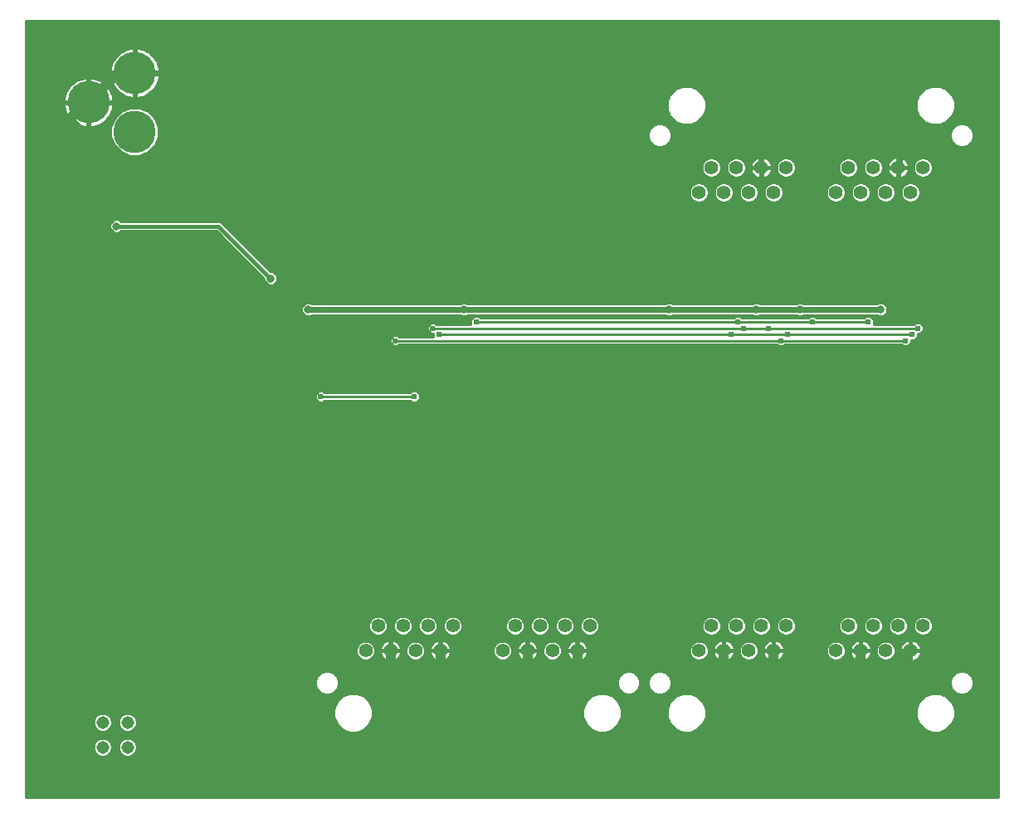
<source format=gbl>
G75*
G70*
%OFA0B0*%
%FSLAX24Y24*%
%IPPOS*%
%LPD*%
%AMOC8*
5,1,8,0,0,1.08239X$1,22.5*
%
%ADD10C,0.0554*%
%ADD11C,0.0515*%
%ADD12C,0.1700*%
%ADD13C,0.0317*%
%ADD14C,0.0160*%
%ADD15C,0.0240*%
%ADD16C,0.0400*%
%ADD17C,0.0238*%
%ADD18C,0.0100*%
D10*
X013957Y007153D03*
X014957Y007153D03*
X015957Y007153D03*
X016957Y007153D03*
X016457Y008153D03*
X017457Y008153D03*
X015457Y008153D03*
X014457Y008153D03*
X019457Y007153D03*
X020457Y007153D03*
X021457Y007153D03*
X022457Y007153D03*
X021957Y008153D03*
X022957Y008153D03*
X020957Y008153D03*
X019957Y008153D03*
X027343Y007153D03*
X028343Y007153D03*
X029343Y007153D03*
X030343Y007153D03*
X030843Y008153D03*
X029843Y008153D03*
X028843Y008153D03*
X027843Y008153D03*
X032843Y007153D03*
X033843Y007153D03*
X034843Y007153D03*
X035843Y007153D03*
X036343Y008153D03*
X035343Y008153D03*
X034343Y008153D03*
X033343Y008153D03*
X033843Y025562D03*
X034843Y025562D03*
X035843Y025562D03*
X036343Y026562D03*
X035343Y026562D03*
X034343Y026562D03*
X033343Y026562D03*
X032843Y025562D03*
X030843Y026562D03*
X029843Y026562D03*
X028843Y026562D03*
X027843Y026562D03*
X028343Y025562D03*
X029343Y025562D03*
X030343Y025562D03*
X027343Y025562D03*
D11*
X004390Y004275D03*
X003390Y004275D03*
X003390Y003275D03*
X004390Y003275D03*
D12*
X004678Y027999D03*
X002827Y029180D03*
X004678Y030361D03*
D13*
X003400Y025609D03*
X003950Y024209D03*
X010150Y022109D03*
X011650Y020859D03*
X017900Y020859D03*
X017650Y017859D03*
X026150Y020859D03*
X029650Y020859D03*
X031400Y020859D03*
X031150Y017859D03*
X034650Y020859D03*
X034900Y024609D03*
X029900Y024609D03*
X027650Y010109D03*
X033150Y010109D03*
X019650Y010109D03*
X014150Y010109D03*
D14*
X017650Y020859D02*
X017900Y020859D01*
X010150Y022109D02*
X008050Y024209D01*
X003950Y024209D01*
X025650Y020859D02*
X026150Y020859D01*
X029400Y020859D02*
X029650Y020859D01*
X031150Y020859D02*
X031400Y020859D01*
D15*
X034650Y020859D01*
X031400Y020859D02*
X031150Y020859D01*
X029650Y020859D01*
X029400Y020859D01*
X026150Y020859D01*
X025650Y020859D01*
X017900Y020859D01*
X017650Y020859D01*
X011650Y020859D01*
X004678Y030361D02*
X004008Y030361D01*
X004678Y030361D02*
X029650Y030361D01*
X029843Y030168D01*
X029843Y026562D01*
X029650Y030361D02*
X035148Y030361D01*
X035400Y030109D01*
X035400Y026619D01*
X035343Y026562D01*
X033150Y010109D02*
X028150Y010109D01*
X027650Y010109D01*
X019650Y010109D01*
X014150Y010109D01*
X001400Y010109D01*
D16*
X001400Y002609D01*
X002150Y001859D01*
X006400Y001859D01*
X014900Y001859D01*
X014957Y001916D01*
X014957Y007153D01*
X016957Y007153D02*
X016957Y001916D01*
X016900Y001859D01*
X020400Y001859D01*
X020457Y001916D01*
X020457Y007153D01*
X022457Y007153D02*
X022457Y005666D01*
X022150Y005359D01*
X022150Y001859D01*
X028400Y001859D01*
X028343Y001916D01*
X028343Y007153D01*
X030343Y007153D02*
X030343Y001916D01*
X030400Y001859D01*
X033900Y001859D01*
X033843Y001916D01*
X033843Y007153D01*
X035650Y006960D02*
X035843Y007153D01*
X035650Y006960D02*
X035650Y002359D01*
X035150Y001859D01*
X033900Y001859D01*
X030400Y001859D02*
X028400Y001859D01*
X022150Y001859D02*
X020400Y001859D01*
X016900Y001859D02*
X014900Y001859D01*
X001400Y010109D02*
X001400Y015109D01*
X001400Y027859D01*
X002025Y028484D01*
X003400Y027109D01*
X003400Y025609D01*
X002025Y028484D02*
X002721Y029180D01*
X002827Y029180D01*
X004008Y030361D01*
D17*
X016650Y020109D03*
X016900Y019859D03*
X018400Y020359D03*
X015150Y019609D03*
X015900Y017359D03*
X013150Y015109D03*
X012150Y017359D03*
X026650Y015109D03*
X030650Y019609D03*
X030900Y019859D03*
X030150Y020109D03*
X029150Y020109D03*
X028900Y020359D03*
X028650Y019859D03*
X031900Y020359D03*
X034150Y020359D03*
X035650Y019609D03*
X035900Y019859D03*
X036150Y020109D03*
X006400Y003359D03*
D18*
X000300Y001259D02*
X000300Y032455D01*
X039370Y032455D01*
X039370Y001259D01*
X000300Y001259D01*
X000300Y001306D02*
X039370Y001306D01*
X039370Y001405D02*
X000300Y001405D01*
X000300Y001503D02*
X039370Y001503D01*
X039370Y001602D02*
X000300Y001602D01*
X000300Y001700D02*
X039370Y001700D01*
X039370Y001799D02*
X000300Y001799D01*
X000300Y001897D02*
X039370Y001897D01*
X039370Y001996D02*
X000300Y001996D01*
X000300Y002094D02*
X039370Y002094D01*
X039370Y002193D02*
X000300Y002193D01*
X000300Y002291D02*
X039370Y002291D01*
X039370Y002390D02*
X000300Y002390D01*
X000300Y002488D02*
X039370Y002488D01*
X039370Y002587D02*
X000300Y002587D01*
X000300Y002685D02*
X039370Y002685D01*
X039370Y002784D02*
X000300Y002784D01*
X000300Y002882D02*
X039370Y002882D01*
X039370Y002981D02*
X004616Y002981D01*
X004598Y002963D02*
X004702Y003066D01*
X004758Y003202D01*
X004758Y003348D01*
X004702Y003483D01*
X004598Y003586D01*
X004463Y003642D01*
X004317Y003642D01*
X004182Y003586D01*
X004079Y003483D01*
X004023Y003348D01*
X004023Y003202D01*
X004079Y003066D01*
X004182Y002963D01*
X004317Y002907D01*
X004463Y002907D01*
X004598Y002963D01*
X004707Y003079D02*
X039370Y003079D01*
X039370Y003178D02*
X004748Y003178D01*
X004758Y003276D02*
X039370Y003276D01*
X039370Y003375D02*
X004746Y003375D01*
X004706Y003473D02*
X039370Y003473D01*
X039370Y003572D02*
X004613Y003572D01*
X004463Y003907D02*
X004317Y003907D01*
X004182Y003963D01*
X004079Y004066D01*
X004023Y004202D01*
X004023Y004348D01*
X004079Y004483D01*
X004182Y004586D01*
X004317Y004642D01*
X004463Y004642D01*
X004598Y004586D01*
X004702Y004483D01*
X004758Y004348D01*
X004758Y004202D01*
X004702Y004066D01*
X004598Y003963D01*
X004463Y003907D01*
X004601Y003966D02*
X013077Y003966D01*
X013015Y003991D02*
X013302Y003873D01*
X013612Y003873D01*
X013899Y003991D01*
X014118Y004211D01*
X014237Y004497D01*
X014237Y004808D01*
X014118Y005094D01*
X013899Y005314D01*
X013612Y005432D01*
X013302Y005432D01*
X013015Y005314D01*
X012796Y005094D01*
X012677Y004808D01*
X012677Y004497D01*
X012796Y004211D01*
X013015Y003991D01*
X012942Y004064D02*
X004700Y004064D01*
X004742Y004163D02*
X012844Y004163D01*
X012775Y004261D02*
X004758Y004261D01*
X004753Y004360D02*
X012734Y004360D01*
X012693Y004458D02*
X004712Y004458D01*
X004628Y004557D02*
X012677Y004557D01*
X012677Y004655D02*
X000300Y004655D01*
X000300Y004557D02*
X003153Y004557D01*
X003182Y004586D02*
X003079Y004483D01*
X003023Y004348D01*
X003023Y004202D01*
X003079Y004066D01*
X003182Y003963D01*
X003317Y003907D01*
X003463Y003907D01*
X003598Y003963D01*
X003702Y004066D01*
X003758Y004202D01*
X003758Y004348D01*
X003702Y004483D01*
X003598Y004586D01*
X003463Y004642D01*
X003317Y004642D01*
X003182Y004586D01*
X003068Y004458D02*
X000300Y004458D01*
X000300Y004360D02*
X003028Y004360D01*
X003023Y004261D02*
X000300Y004261D01*
X000300Y004163D02*
X003039Y004163D01*
X003081Y004064D02*
X000300Y004064D01*
X000300Y003966D02*
X003179Y003966D01*
X003317Y003642D02*
X003182Y003586D01*
X003079Y003483D01*
X003023Y003348D01*
X003023Y003202D01*
X003079Y003066D01*
X003182Y002963D01*
X003317Y002907D01*
X003463Y002907D01*
X003598Y002963D01*
X003702Y003066D01*
X003758Y003202D01*
X003758Y003348D01*
X003702Y003483D01*
X003598Y003586D01*
X003463Y003642D01*
X003317Y003642D01*
X003168Y003572D02*
X000300Y003572D01*
X000300Y003670D02*
X039370Y003670D01*
X039370Y003769D02*
X000300Y003769D01*
X000300Y003867D02*
X039370Y003867D01*
X039370Y003966D02*
X037223Y003966D01*
X037285Y003991D02*
X037504Y004211D01*
X037623Y004497D01*
X037623Y004808D01*
X037504Y005094D01*
X037285Y005314D01*
X036998Y005432D01*
X036688Y005432D01*
X036401Y005314D01*
X036182Y005094D01*
X036063Y004808D01*
X036063Y004497D01*
X036182Y004211D01*
X036401Y003991D01*
X036688Y003873D01*
X036998Y003873D01*
X037285Y003991D01*
X037358Y004064D02*
X039370Y004064D01*
X039370Y004163D02*
X037456Y004163D01*
X037525Y004261D02*
X039370Y004261D01*
X039370Y004360D02*
X037566Y004360D01*
X037607Y004458D02*
X039370Y004458D01*
X039370Y004557D02*
X037623Y004557D01*
X037623Y004655D02*
X039370Y004655D01*
X039370Y004754D02*
X037623Y004754D01*
X037604Y004852D02*
X039370Y004852D01*
X039370Y004951D02*
X037564Y004951D01*
X037523Y005049D02*
X039370Y005049D01*
X039370Y005148D02*
X037451Y005148D01*
X037352Y005246D02*
X039370Y005246D01*
X039370Y005345D02*
X037210Y005345D01*
X037512Y005590D02*
X037643Y005459D01*
X037813Y005388D01*
X037998Y005388D01*
X038169Y005459D01*
X038300Y005590D01*
X038371Y005761D01*
X038371Y005946D01*
X038300Y006117D01*
X038169Y006248D01*
X037998Y006318D01*
X037813Y006318D01*
X037643Y006248D01*
X037512Y006117D01*
X037441Y005946D01*
X037441Y005761D01*
X037512Y005590D01*
X037491Y005640D02*
X026195Y005640D01*
X026174Y005590D02*
X026245Y005761D01*
X026245Y005946D01*
X026174Y006117D01*
X026043Y006248D01*
X025872Y006318D01*
X025687Y006318D01*
X025517Y006248D01*
X025386Y006117D01*
X025315Y005946D01*
X025315Y005761D01*
X025386Y005590D01*
X025517Y005459D01*
X025687Y005388D01*
X025872Y005388D01*
X026043Y005459D01*
X026174Y005590D01*
X026126Y005542D02*
X037560Y005542D01*
X037681Y005443D02*
X026005Y005443D01*
X026235Y005148D02*
X024065Y005148D01*
X024118Y005094D02*
X023899Y005314D01*
X023612Y005432D01*
X023302Y005432D01*
X023015Y005314D01*
X022796Y005094D01*
X022677Y004808D01*
X022677Y004497D01*
X022796Y004211D01*
X023015Y003991D01*
X023302Y003873D01*
X023612Y003873D01*
X023899Y003991D01*
X024118Y004211D01*
X024237Y004497D01*
X024237Y004808D01*
X024118Y005094D01*
X024137Y005049D02*
X026163Y005049D01*
X026182Y005094D02*
X026063Y004808D01*
X026063Y004497D01*
X026182Y004211D01*
X026401Y003991D01*
X026688Y003873D01*
X026998Y003873D01*
X027285Y003991D01*
X027504Y004211D01*
X027623Y004497D01*
X027623Y004808D01*
X027504Y005094D01*
X027285Y005314D01*
X026998Y005432D01*
X026688Y005432D01*
X026401Y005314D01*
X026182Y005094D01*
X026122Y004951D02*
X024178Y004951D01*
X024219Y004852D02*
X026081Y004852D01*
X026063Y004754D02*
X024237Y004754D01*
X024237Y004655D02*
X026063Y004655D01*
X026063Y004557D02*
X024237Y004557D01*
X024221Y004458D02*
X026079Y004458D01*
X026120Y004360D02*
X024180Y004360D01*
X024139Y004261D02*
X026161Y004261D01*
X026230Y004163D02*
X024070Y004163D01*
X023972Y004064D02*
X026328Y004064D01*
X026463Y003966D02*
X023837Y003966D01*
X023077Y003966D02*
X013837Y003966D01*
X013972Y004064D02*
X022942Y004064D01*
X022844Y004163D02*
X014070Y004163D01*
X014139Y004261D02*
X022775Y004261D01*
X022734Y004360D02*
X014180Y004360D01*
X014221Y004458D02*
X022693Y004458D01*
X022677Y004557D02*
X014237Y004557D01*
X014237Y004655D02*
X022677Y004655D01*
X022677Y004754D02*
X014237Y004754D01*
X014219Y004852D02*
X022696Y004852D01*
X022736Y004951D02*
X014178Y004951D01*
X014137Y005049D02*
X022777Y005049D01*
X022849Y005148D02*
X014065Y005148D01*
X013966Y005246D02*
X022948Y005246D01*
X023090Y005345D02*
X013824Y005345D01*
X013090Y005345D02*
X000300Y005345D01*
X000300Y005443D02*
X012169Y005443D01*
X012131Y005459D02*
X012302Y005388D01*
X012487Y005388D01*
X012657Y005459D01*
X012788Y005590D01*
X012859Y005761D01*
X012859Y005946D01*
X012788Y006117D01*
X012657Y006248D01*
X012487Y006318D01*
X012302Y006318D01*
X012131Y006248D01*
X012000Y006117D01*
X011929Y005946D01*
X011929Y005761D01*
X012000Y005590D01*
X012131Y005459D01*
X012048Y005542D02*
X000300Y005542D01*
X000300Y005640D02*
X011979Y005640D01*
X011938Y005739D02*
X000300Y005739D01*
X000300Y005837D02*
X011929Y005837D01*
X011929Y005936D02*
X000300Y005936D01*
X000300Y006034D02*
X011966Y006034D01*
X012016Y006133D02*
X000300Y006133D01*
X000300Y006231D02*
X012114Y006231D01*
X012674Y006231D02*
X024240Y006231D01*
X024257Y006248D02*
X024126Y006117D01*
X024055Y005946D01*
X024055Y005761D01*
X024126Y005590D01*
X024257Y005459D01*
X024428Y005388D01*
X024613Y005388D01*
X024783Y005459D01*
X024914Y005590D01*
X024985Y005761D01*
X024985Y005946D01*
X024914Y006117D01*
X024783Y006248D01*
X024613Y006318D01*
X024428Y006318D01*
X024257Y006248D01*
X024142Y006133D02*
X012772Y006133D01*
X012822Y006034D02*
X024092Y006034D01*
X024055Y005936D02*
X012859Y005936D01*
X012859Y005837D02*
X024055Y005837D01*
X024064Y005739D02*
X012850Y005739D01*
X012809Y005640D02*
X024105Y005640D01*
X024174Y005542D02*
X012740Y005542D01*
X012619Y005443D02*
X024295Y005443D01*
X023966Y005246D02*
X026334Y005246D01*
X026476Y005345D02*
X023824Y005345D01*
X024745Y005443D02*
X025555Y005443D01*
X025434Y005542D02*
X024866Y005542D01*
X024935Y005640D02*
X025365Y005640D01*
X025324Y005739D02*
X024976Y005739D01*
X024985Y005837D02*
X025315Y005837D01*
X025315Y005936D02*
X024985Y005936D01*
X024948Y006034D02*
X025352Y006034D01*
X025402Y006133D02*
X024898Y006133D01*
X024800Y006231D02*
X025500Y006231D01*
X026060Y006231D02*
X037626Y006231D01*
X037528Y006133D02*
X026158Y006133D01*
X026208Y006034D02*
X037478Y006034D01*
X037441Y005936D02*
X026245Y005936D01*
X026245Y005837D02*
X037441Y005837D01*
X037450Y005739D02*
X026236Y005739D01*
X027210Y005345D02*
X036476Y005345D01*
X036334Y005246D02*
X027352Y005246D01*
X027451Y005148D02*
X036235Y005148D01*
X036163Y005049D02*
X027523Y005049D01*
X027564Y004951D02*
X036122Y004951D01*
X036081Y004852D02*
X027604Y004852D01*
X027623Y004754D02*
X036063Y004754D01*
X036063Y004655D02*
X027623Y004655D01*
X027623Y004557D02*
X036063Y004557D01*
X036079Y004458D02*
X027607Y004458D01*
X027566Y004360D02*
X036120Y004360D01*
X036161Y004261D02*
X027525Y004261D01*
X027456Y004163D02*
X036230Y004163D01*
X036328Y004064D02*
X027358Y004064D01*
X027223Y003966D02*
X036463Y003966D01*
X038131Y005443D02*
X039370Y005443D01*
X039370Y005542D02*
X038252Y005542D01*
X038321Y005640D02*
X039370Y005640D01*
X039370Y005739D02*
X038362Y005739D01*
X038371Y005837D02*
X039370Y005837D01*
X039370Y005936D02*
X038371Y005936D01*
X038334Y006034D02*
X039370Y006034D01*
X039370Y006133D02*
X038284Y006133D01*
X038186Y006231D02*
X039370Y006231D01*
X039370Y006330D02*
X000300Y006330D01*
X000300Y006428D02*
X039370Y006428D01*
X039370Y006527D02*
X000300Y006527D01*
X000300Y006625D02*
X039370Y006625D01*
X039370Y006724D02*
X000300Y006724D01*
X000300Y006822D02*
X013743Y006822D01*
X013738Y006824D02*
X013880Y006765D01*
X014034Y006765D01*
X014176Y006824D01*
X014285Y006933D01*
X014344Y007076D01*
X014344Y007230D01*
X014285Y007372D01*
X014176Y007481D01*
X014034Y007540D01*
X013880Y007540D01*
X013738Y007481D01*
X013629Y007372D01*
X013570Y007230D01*
X013570Y007076D01*
X013629Y006933D01*
X013738Y006824D01*
X013641Y006921D02*
X000300Y006921D01*
X000300Y007019D02*
X013593Y007019D01*
X013570Y007118D02*
X000300Y007118D01*
X000300Y007216D02*
X013570Y007216D01*
X013605Y007315D02*
X000300Y007315D01*
X000300Y007413D02*
X013670Y007413D01*
X013813Y007512D02*
X000300Y007512D01*
X000300Y007610D02*
X039370Y007610D01*
X039370Y007512D02*
X036075Y007512D01*
X036067Y007518D02*
X036007Y007548D01*
X035943Y007569D01*
X035881Y007579D01*
X035881Y007191D01*
X035804Y007191D01*
X035804Y007114D01*
X035417Y007114D01*
X035426Y007053D01*
X035447Y006989D01*
X035478Y006929D01*
X035517Y006874D01*
X035565Y006827D01*
X035619Y006787D01*
X035679Y006757D01*
X035743Y006736D01*
X035804Y006726D01*
X035804Y007114D01*
X035881Y007114D01*
X035881Y006726D01*
X035943Y006736D01*
X036007Y006757D01*
X036067Y006787D01*
X036121Y006827D01*
X036169Y006874D01*
X036208Y006929D01*
X036239Y006989D01*
X036260Y007053D01*
X036269Y007114D01*
X035882Y007114D01*
X035882Y007191D01*
X036269Y007191D01*
X036260Y007253D01*
X036239Y007317D01*
X036208Y007376D01*
X036169Y007431D01*
X036121Y007478D01*
X036067Y007518D01*
X036182Y007413D02*
X039370Y007413D01*
X039370Y007315D02*
X036239Y007315D01*
X036265Y007216D02*
X039370Y007216D01*
X039370Y007118D02*
X035882Y007118D01*
X035804Y007118D02*
X035230Y007118D01*
X035230Y007076D02*
X035230Y007230D01*
X035171Y007372D01*
X035062Y007481D01*
X034920Y007540D01*
X034766Y007540D01*
X034624Y007481D01*
X034515Y007372D01*
X034456Y007230D01*
X034456Y007076D01*
X034515Y006933D01*
X034624Y006824D01*
X034766Y006765D01*
X034920Y006765D01*
X035062Y006824D01*
X035171Y006933D01*
X035230Y007076D01*
X035207Y007019D02*
X035437Y007019D01*
X035483Y006921D02*
X035159Y006921D01*
X035057Y006822D02*
X035571Y006822D01*
X035804Y006822D02*
X035881Y006822D01*
X035881Y006921D02*
X035804Y006921D01*
X035804Y007019D02*
X035881Y007019D01*
X035804Y007191D02*
X035417Y007191D01*
X035426Y007253D01*
X035447Y007317D01*
X035478Y007376D01*
X035517Y007431D01*
X035565Y007478D01*
X035619Y007518D01*
X035679Y007548D01*
X035743Y007569D01*
X035804Y007579D01*
X035804Y007191D01*
X035804Y007216D02*
X035881Y007216D01*
X035881Y007315D02*
X035804Y007315D01*
X035804Y007413D02*
X035881Y007413D01*
X035881Y007512D02*
X035804Y007512D01*
X035611Y007512D02*
X034987Y007512D01*
X035130Y007413D02*
X035504Y007413D01*
X035446Y007315D02*
X035195Y007315D01*
X035230Y007216D02*
X035421Y007216D01*
X035420Y007765D02*
X035562Y007824D01*
X035671Y007933D01*
X035730Y008076D01*
X035730Y008230D01*
X035671Y008372D01*
X035562Y008481D01*
X035420Y008540D01*
X035266Y008540D01*
X035124Y008481D01*
X035015Y008372D01*
X034956Y008230D01*
X034956Y008076D01*
X035015Y007933D01*
X035124Y007824D01*
X035266Y007765D01*
X035420Y007765D01*
X035521Y007807D02*
X036165Y007807D01*
X036124Y007824D02*
X036266Y007765D01*
X036420Y007765D01*
X036562Y007824D01*
X036671Y007933D01*
X036730Y008076D01*
X036730Y008230D01*
X036671Y008372D01*
X036562Y008481D01*
X036420Y008540D01*
X036266Y008540D01*
X036124Y008481D01*
X036015Y008372D01*
X035956Y008230D01*
X035956Y008076D01*
X036015Y007933D01*
X036124Y007824D01*
X036042Y007906D02*
X035644Y007906D01*
X035701Y008004D02*
X035985Y008004D01*
X035956Y008103D02*
X035730Y008103D01*
X035730Y008201D02*
X035956Y008201D01*
X035985Y008300D02*
X035701Y008300D01*
X035645Y008398D02*
X036041Y008398D01*
X036162Y008497D02*
X035524Y008497D01*
X035162Y008497D02*
X034524Y008497D01*
X034562Y008481D02*
X034420Y008540D01*
X034266Y008540D01*
X034124Y008481D01*
X034015Y008372D01*
X033956Y008230D01*
X033956Y008076D01*
X034015Y007933D01*
X034124Y007824D01*
X034266Y007765D01*
X034420Y007765D01*
X034562Y007824D01*
X034671Y007933D01*
X034730Y008076D01*
X034730Y008230D01*
X034671Y008372D01*
X034562Y008481D01*
X034645Y008398D02*
X035041Y008398D01*
X034985Y008300D02*
X034701Y008300D01*
X034730Y008201D02*
X034956Y008201D01*
X034956Y008103D02*
X034730Y008103D01*
X034701Y008004D02*
X034985Y008004D01*
X035042Y007906D02*
X034644Y007906D01*
X034521Y007807D02*
X035165Y007807D01*
X034698Y007512D02*
X034075Y007512D01*
X034067Y007518D02*
X034007Y007548D01*
X033943Y007569D01*
X033881Y007579D01*
X033881Y007191D01*
X033804Y007191D01*
X033804Y007114D01*
X033417Y007114D01*
X033426Y007053D01*
X033447Y006989D01*
X033478Y006929D01*
X033517Y006874D01*
X033565Y006827D01*
X033619Y006787D01*
X033679Y006757D01*
X033743Y006736D01*
X033804Y006726D01*
X033804Y007114D01*
X033881Y007114D01*
X033881Y006726D01*
X033943Y006736D01*
X034007Y006757D01*
X034067Y006787D01*
X034121Y006827D01*
X034169Y006874D01*
X034208Y006929D01*
X034239Y006989D01*
X034260Y007053D01*
X034269Y007114D01*
X033882Y007114D01*
X033882Y007191D01*
X034269Y007191D01*
X034260Y007253D01*
X034239Y007317D01*
X034208Y007376D01*
X034169Y007431D01*
X034121Y007478D01*
X034067Y007518D01*
X034182Y007413D02*
X034556Y007413D01*
X034491Y007315D02*
X034239Y007315D01*
X034265Y007216D02*
X034456Y007216D01*
X034456Y007118D02*
X033882Y007118D01*
X033804Y007118D02*
X033230Y007118D01*
X033230Y007076D02*
X033230Y007230D01*
X033171Y007372D01*
X033062Y007481D01*
X032920Y007540D01*
X032766Y007540D01*
X032624Y007481D01*
X032515Y007372D01*
X032456Y007230D01*
X032456Y007076D01*
X032515Y006933D01*
X032624Y006824D01*
X032766Y006765D01*
X032920Y006765D01*
X033062Y006824D01*
X033171Y006933D01*
X033230Y007076D01*
X033207Y007019D02*
X033437Y007019D01*
X033483Y006921D02*
X033159Y006921D01*
X033057Y006822D02*
X033571Y006822D01*
X033804Y006822D02*
X033881Y006822D01*
X033881Y006921D02*
X033804Y006921D01*
X033804Y007019D02*
X033881Y007019D01*
X033804Y007191D02*
X033417Y007191D01*
X033426Y007253D01*
X033447Y007317D01*
X033478Y007376D01*
X033517Y007431D01*
X033565Y007478D01*
X033619Y007518D01*
X033679Y007548D01*
X033743Y007569D01*
X033804Y007579D01*
X033804Y007191D01*
X033804Y007216D02*
X033881Y007216D01*
X033881Y007315D02*
X033804Y007315D01*
X033804Y007413D02*
X033881Y007413D01*
X033881Y007512D02*
X033804Y007512D01*
X033611Y007512D02*
X032987Y007512D01*
X033130Y007413D02*
X033504Y007413D01*
X033446Y007315D02*
X033195Y007315D01*
X033230Y007216D02*
X033421Y007216D01*
X033420Y007765D02*
X033562Y007824D01*
X033671Y007933D01*
X033730Y008076D01*
X033730Y008230D01*
X033671Y008372D01*
X033562Y008481D01*
X033420Y008540D01*
X033266Y008540D01*
X033124Y008481D01*
X033015Y008372D01*
X032956Y008230D01*
X032956Y008076D01*
X033015Y007933D01*
X033124Y007824D01*
X033266Y007765D01*
X033420Y007765D01*
X033521Y007807D02*
X034165Y007807D01*
X034042Y007906D02*
X033644Y007906D01*
X033701Y008004D02*
X033985Y008004D01*
X033956Y008103D02*
X033730Y008103D01*
X033730Y008201D02*
X033956Y008201D01*
X033985Y008300D02*
X033701Y008300D01*
X033645Y008398D02*
X034041Y008398D01*
X034162Y008497D02*
X033524Y008497D01*
X033162Y008497D02*
X031024Y008497D01*
X031062Y008481D02*
X030920Y008540D01*
X030766Y008540D01*
X030624Y008481D01*
X030515Y008372D01*
X030456Y008230D01*
X030456Y008076D01*
X030515Y007933D01*
X030624Y007824D01*
X030766Y007765D01*
X030920Y007765D01*
X031062Y007824D01*
X031171Y007933D01*
X031230Y008076D01*
X031230Y008230D01*
X031171Y008372D01*
X031062Y008481D01*
X031145Y008398D02*
X033041Y008398D01*
X032985Y008300D02*
X031201Y008300D01*
X031230Y008201D02*
X032956Y008201D01*
X032956Y008103D02*
X031230Y008103D01*
X031201Y008004D02*
X032985Y008004D01*
X033042Y007906D02*
X031144Y007906D01*
X031021Y007807D02*
X033165Y007807D01*
X032698Y007512D02*
X030575Y007512D01*
X030567Y007518D02*
X030507Y007548D01*
X030443Y007569D01*
X030381Y007579D01*
X030381Y007191D01*
X030304Y007191D01*
X030304Y007114D01*
X029917Y007114D01*
X029926Y007053D01*
X029947Y006989D01*
X029978Y006929D01*
X030017Y006874D01*
X030065Y006827D01*
X030119Y006787D01*
X030179Y006757D01*
X030243Y006736D01*
X030304Y006726D01*
X030304Y007114D01*
X030381Y007114D01*
X030381Y006726D01*
X030443Y006736D01*
X030507Y006757D01*
X030567Y006787D01*
X030621Y006827D01*
X030669Y006874D01*
X030708Y006929D01*
X030739Y006989D01*
X030760Y007053D01*
X030769Y007114D01*
X030382Y007114D01*
X030382Y007191D01*
X030769Y007191D01*
X030760Y007253D01*
X030739Y007317D01*
X030708Y007376D01*
X030669Y007431D01*
X030621Y007478D01*
X030567Y007518D01*
X030682Y007413D02*
X032556Y007413D01*
X032491Y007315D02*
X030739Y007315D01*
X030765Y007216D02*
X032456Y007216D01*
X032456Y007118D02*
X030382Y007118D01*
X030304Y007118D02*
X029730Y007118D01*
X029730Y007076D02*
X029730Y007230D01*
X029671Y007372D01*
X029562Y007481D01*
X029420Y007540D01*
X029266Y007540D01*
X029124Y007481D01*
X029015Y007372D01*
X028956Y007230D01*
X028956Y007076D01*
X029015Y006933D01*
X029124Y006824D01*
X029266Y006765D01*
X029420Y006765D01*
X029562Y006824D01*
X029671Y006933D01*
X029730Y007076D01*
X029707Y007019D02*
X029937Y007019D01*
X029983Y006921D02*
X029659Y006921D01*
X029557Y006822D02*
X030071Y006822D01*
X030304Y006822D02*
X030381Y006822D01*
X030381Y006921D02*
X030304Y006921D01*
X030304Y007019D02*
X030381Y007019D01*
X030304Y007191D02*
X029917Y007191D01*
X029926Y007253D01*
X029947Y007317D01*
X029978Y007376D01*
X030017Y007431D01*
X030065Y007478D01*
X030119Y007518D01*
X030179Y007548D01*
X030243Y007569D01*
X030304Y007579D01*
X030304Y007191D01*
X030304Y007216D02*
X030381Y007216D01*
X030381Y007315D02*
X030304Y007315D01*
X030304Y007413D02*
X030381Y007413D01*
X030381Y007512D02*
X030304Y007512D01*
X030111Y007512D02*
X029487Y007512D01*
X029630Y007413D02*
X030004Y007413D01*
X029946Y007315D02*
X029695Y007315D01*
X029730Y007216D02*
X029921Y007216D01*
X029920Y007765D02*
X029766Y007765D01*
X029624Y007824D01*
X029515Y007933D01*
X029456Y008076D01*
X029456Y008230D01*
X029515Y008372D01*
X029624Y008481D01*
X029766Y008540D01*
X029920Y008540D01*
X030062Y008481D01*
X030171Y008372D01*
X030230Y008230D01*
X030230Y008076D01*
X030171Y007933D01*
X030062Y007824D01*
X029920Y007765D01*
X030021Y007807D02*
X030665Y007807D01*
X030542Y007906D02*
X030144Y007906D01*
X030201Y008004D02*
X030485Y008004D01*
X030456Y008103D02*
X030230Y008103D01*
X030230Y008201D02*
X030456Y008201D01*
X030485Y008300D02*
X030201Y008300D01*
X030145Y008398D02*
X030541Y008398D01*
X030662Y008497D02*
X030024Y008497D01*
X029662Y008497D02*
X029024Y008497D01*
X029062Y008481D02*
X028920Y008540D01*
X028766Y008540D01*
X028624Y008481D01*
X028515Y008372D01*
X028456Y008230D01*
X028456Y008076D01*
X028515Y007933D01*
X028624Y007824D01*
X028766Y007765D01*
X028920Y007765D01*
X029062Y007824D01*
X029171Y007933D01*
X029230Y008076D01*
X029230Y008230D01*
X029171Y008372D01*
X029062Y008481D01*
X029145Y008398D02*
X029541Y008398D01*
X029485Y008300D02*
X029201Y008300D01*
X029230Y008201D02*
X029456Y008201D01*
X029456Y008103D02*
X029230Y008103D01*
X029201Y008004D02*
X029485Y008004D01*
X029542Y007906D02*
X029144Y007906D01*
X029021Y007807D02*
X029665Y007807D01*
X029198Y007512D02*
X028575Y007512D01*
X028567Y007518D02*
X028507Y007548D01*
X028443Y007569D01*
X028381Y007579D01*
X028381Y007191D01*
X028304Y007191D01*
X028304Y007114D01*
X027917Y007114D01*
X027926Y007053D01*
X027947Y006989D01*
X027978Y006929D01*
X028017Y006874D01*
X028065Y006827D01*
X028119Y006787D01*
X028179Y006757D01*
X028243Y006736D01*
X028304Y006726D01*
X028304Y007114D01*
X028381Y007114D01*
X028381Y006726D01*
X028443Y006736D01*
X028507Y006757D01*
X028567Y006787D01*
X028621Y006827D01*
X028669Y006874D01*
X028708Y006929D01*
X028739Y006989D01*
X028760Y007053D01*
X028769Y007114D01*
X028382Y007114D01*
X028382Y007191D01*
X028769Y007191D01*
X028760Y007253D01*
X028739Y007317D01*
X028708Y007376D01*
X028669Y007431D01*
X028621Y007478D01*
X028567Y007518D01*
X028682Y007413D02*
X029056Y007413D01*
X028991Y007315D02*
X028739Y007315D01*
X028765Y007216D02*
X028956Y007216D01*
X028956Y007118D02*
X028382Y007118D01*
X028304Y007118D02*
X027730Y007118D01*
X027730Y007076D02*
X027730Y007230D01*
X027671Y007372D01*
X027562Y007481D01*
X027420Y007540D01*
X027266Y007540D01*
X027124Y007481D01*
X027015Y007372D01*
X026956Y007230D01*
X026956Y007076D01*
X027015Y006933D01*
X027124Y006824D01*
X027266Y006765D01*
X027420Y006765D01*
X027562Y006824D01*
X027671Y006933D01*
X027730Y007076D01*
X027707Y007019D02*
X027937Y007019D01*
X027983Y006921D02*
X027659Y006921D01*
X027557Y006822D02*
X028071Y006822D01*
X028304Y006822D02*
X028381Y006822D01*
X028381Y006921D02*
X028304Y006921D01*
X028304Y007019D02*
X028381Y007019D01*
X028304Y007191D02*
X027917Y007191D01*
X027926Y007253D01*
X027947Y007317D01*
X027978Y007376D01*
X028017Y007431D01*
X028065Y007478D01*
X028119Y007518D01*
X028179Y007548D01*
X028243Y007569D01*
X028304Y007579D01*
X028304Y007191D01*
X028304Y007216D02*
X028381Y007216D01*
X028381Y007315D02*
X028304Y007315D01*
X028304Y007413D02*
X028381Y007413D01*
X028381Y007512D02*
X028304Y007512D01*
X028111Y007512D02*
X027487Y007512D01*
X027630Y007413D02*
X028004Y007413D01*
X027946Y007315D02*
X027695Y007315D01*
X027730Y007216D02*
X027921Y007216D01*
X027920Y007765D02*
X027766Y007765D01*
X027624Y007824D01*
X027515Y007933D01*
X027456Y008076D01*
X027456Y008230D01*
X027515Y008372D01*
X027624Y008481D01*
X027766Y008540D01*
X027920Y008540D01*
X028062Y008481D01*
X028171Y008372D01*
X028230Y008230D01*
X028230Y008076D01*
X028171Y007933D01*
X028062Y007824D01*
X027920Y007765D01*
X028021Y007807D02*
X028665Y007807D01*
X028542Y007906D02*
X028144Y007906D01*
X028201Y008004D02*
X028485Y008004D01*
X028456Y008103D02*
X028230Y008103D01*
X028230Y008201D02*
X028456Y008201D01*
X028485Y008300D02*
X028201Y008300D01*
X028145Y008398D02*
X028541Y008398D01*
X028662Y008497D02*
X028024Y008497D01*
X027662Y008497D02*
X023138Y008497D01*
X023176Y008481D02*
X023034Y008540D01*
X022880Y008540D01*
X022738Y008481D01*
X022629Y008372D01*
X022570Y008230D01*
X022570Y008076D01*
X022629Y007933D01*
X022738Y007824D01*
X022880Y007765D01*
X023034Y007765D01*
X023176Y007824D01*
X023285Y007933D01*
X023344Y008076D01*
X023344Y008230D01*
X023285Y008372D01*
X023176Y008481D01*
X023259Y008398D02*
X027541Y008398D01*
X027485Y008300D02*
X023315Y008300D01*
X023344Y008201D02*
X027456Y008201D01*
X027456Y008103D02*
X023344Y008103D01*
X023315Y008004D02*
X027485Y008004D01*
X027542Y007906D02*
X023258Y007906D01*
X023135Y007807D02*
X027665Y007807D01*
X027198Y007512D02*
X022689Y007512D01*
X022681Y007518D02*
X022735Y007478D01*
X022783Y007431D01*
X022822Y007376D01*
X022853Y007317D01*
X022874Y007253D01*
X022883Y007191D01*
X022496Y007191D01*
X022496Y007114D01*
X022883Y007114D01*
X022874Y007053D01*
X022853Y006989D01*
X022822Y006929D01*
X022783Y006874D01*
X022735Y006827D01*
X022681Y006787D01*
X022621Y006757D01*
X022557Y006736D01*
X022496Y006726D01*
X022496Y007114D01*
X022419Y007114D01*
X022419Y006726D01*
X022357Y006736D01*
X022293Y006757D01*
X022233Y006787D01*
X022179Y006827D01*
X022131Y006874D01*
X022092Y006929D01*
X022061Y006989D01*
X022040Y007053D01*
X022031Y007114D01*
X022418Y007114D01*
X022418Y007191D01*
X022031Y007191D01*
X022040Y007253D01*
X022061Y007317D01*
X022092Y007376D01*
X022131Y007431D01*
X022179Y007478D01*
X022233Y007518D01*
X022293Y007548D01*
X022357Y007569D01*
X022419Y007579D01*
X022419Y007191D01*
X022496Y007191D01*
X022496Y007579D01*
X022557Y007569D01*
X022621Y007548D01*
X022681Y007518D01*
X022796Y007413D02*
X027056Y007413D01*
X026991Y007315D02*
X022854Y007315D01*
X022879Y007216D02*
X026956Y007216D01*
X026956Y007118D02*
X022496Y007118D01*
X022418Y007118D02*
X021844Y007118D01*
X021844Y007076D02*
X021844Y007230D01*
X021785Y007372D01*
X021676Y007481D01*
X021534Y007540D01*
X021380Y007540D01*
X021238Y007481D01*
X021129Y007372D01*
X021070Y007230D01*
X021070Y007076D01*
X021129Y006933D01*
X021238Y006824D01*
X021380Y006765D01*
X021534Y006765D01*
X021676Y006824D01*
X021785Y006933D01*
X021844Y007076D01*
X021821Y007019D02*
X022051Y007019D01*
X022097Y006921D02*
X021773Y006921D01*
X021671Y006822D02*
X022185Y006822D01*
X022419Y006822D02*
X022496Y006822D01*
X022496Y006921D02*
X022419Y006921D01*
X022419Y007019D02*
X022496Y007019D01*
X022496Y007216D02*
X022419Y007216D01*
X022419Y007315D02*
X022496Y007315D01*
X022496Y007413D02*
X022419Y007413D01*
X022419Y007512D02*
X022496Y007512D01*
X022225Y007512D02*
X021602Y007512D01*
X021744Y007413D02*
X022118Y007413D01*
X022061Y007315D02*
X021809Y007315D01*
X021844Y007216D02*
X022035Y007216D01*
X022034Y007765D02*
X021880Y007765D01*
X021738Y007824D01*
X021629Y007933D01*
X021570Y008076D01*
X021570Y008230D01*
X021629Y008372D01*
X021738Y008481D01*
X021880Y008540D01*
X022034Y008540D01*
X022176Y008481D01*
X022285Y008372D01*
X022344Y008230D01*
X022344Y008076D01*
X022285Y007933D01*
X022176Y007824D01*
X022034Y007765D01*
X022135Y007807D02*
X022779Y007807D01*
X022656Y007906D02*
X022258Y007906D01*
X022315Y008004D02*
X022599Y008004D01*
X022570Y008103D02*
X022344Y008103D01*
X022344Y008201D02*
X022570Y008201D01*
X022599Y008300D02*
X022315Y008300D01*
X022259Y008398D02*
X022655Y008398D01*
X022776Y008497D02*
X022138Y008497D01*
X021776Y008497D02*
X021138Y008497D01*
X021176Y008481D02*
X021034Y008540D01*
X020880Y008540D01*
X020738Y008481D01*
X020629Y008372D01*
X020570Y008230D01*
X020570Y008076D01*
X020629Y007933D01*
X020738Y007824D01*
X020880Y007765D01*
X021034Y007765D01*
X021176Y007824D01*
X021285Y007933D01*
X021344Y008076D01*
X021344Y008230D01*
X021285Y008372D01*
X021176Y008481D01*
X021259Y008398D02*
X021655Y008398D01*
X021599Y008300D02*
X021315Y008300D01*
X021344Y008201D02*
X021570Y008201D01*
X021570Y008103D02*
X021344Y008103D01*
X021315Y008004D02*
X021599Y008004D01*
X021656Y007906D02*
X021258Y007906D01*
X021135Y007807D02*
X021779Y007807D01*
X021313Y007512D02*
X020689Y007512D01*
X020681Y007518D02*
X020621Y007548D01*
X020557Y007569D01*
X020496Y007579D01*
X020496Y007191D01*
X020883Y007191D01*
X020874Y007253D01*
X020853Y007317D01*
X020822Y007376D01*
X020783Y007431D01*
X020735Y007478D01*
X020681Y007518D01*
X020796Y007413D02*
X021170Y007413D01*
X021105Y007315D02*
X020854Y007315D01*
X020879Y007216D02*
X021070Y007216D01*
X021070Y007118D02*
X020496Y007118D01*
X020496Y007114D02*
X020496Y007191D01*
X020419Y007191D01*
X020419Y007579D01*
X020357Y007569D01*
X020293Y007548D01*
X020233Y007518D01*
X020179Y007478D01*
X020131Y007431D01*
X020092Y007376D01*
X020061Y007317D01*
X020040Y007253D01*
X020031Y007191D01*
X020418Y007191D01*
X020418Y007114D01*
X020031Y007114D01*
X020040Y007053D01*
X020061Y006989D01*
X020092Y006929D01*
X020131Y006874D01*
X020179Y006827D01*
X020233Y006787D01*
X020293Y006757D01*
X020357Y006736D01*
X020419Y006726D01*
X020419Y007114D01*
X020496Y007114D01*
X020883Y007114D01*
X020874Y007053D01*
X020853Y006989D01*
X020822Y006929D01*
X020783Y006874D01*
X020735Y006827D01*
X020681Y006787D01*
X020621Y006757D01*
X020557Y006736D01*
X020496Y006726D01*
X020496Y007114D01*
X020418Y007118D02*
X019844Y007118D01*
X019844Y007076D02*
X019844Y007230D01*
X019785Y007372D01*
X019676Y007481D01*
X019534Y007540D01*
X019380Y007540D01*
X019238Y007481D01*
X019129Y007372D01*
X019070Y007230D01*
X019070Y007076D01*
X019129Y006933D01*
X019238Y006824D01*
X019380Y006765D01*
X019534Y006765D01*
X019676Y006824D01*
X019785Y006933D01*
X019844Y007076D01*
X019821Y007019D02*
X020051Y007019D01*
X020097Y006921D02*
X019773Y006921D01*
X019671Y006822D02*
X020185Y006822D01*
X020419Y006822D02*
X020496Y006822D01*
X020496Y006921D02*
X020419Y006921D01*
X020419Y007019D02*
X020496Y007019D01*
X020496Y007216D02*
X020419Y007216D01*
X020419Y007315D02*
X020496Y007315D01*
X020496Y007413D02*
X020419Y007413D01*
X020419Y007512D02*
X020496Y007512D01*
X020225Y007512D02*
X019602Y007512D01*
X019744Y007413D02*
X020118Y007413D01*
X020061Y007315D02*
X019809Y007315D01*
X019844Y007216D02*
X020035Y007216D01*
X020034Y007765D02*
X019880Y007765D01*
X019738Y007824D01*
X019629Y007933D01*
X019570Y008076D01*
X019570Y008230D01*
X019629Y008372D01*
X019738Y008481D01*
X019880Y008540D01*
X020034Y008540D01*
X020176Y008481D01*
X020285Y008372D01*
X020344Y008230D01*
X020344Y008076D01*
X020285Y007933D01*
X020176Y007824D01*
X020034Y007765D01*
X020135Y007807D02*
X020779Y007807D01*
X020656Y007906D02*
X020258Y007906D01*
X020315Y008004D02*
X020599Y008004D01*
X020570Y008103D02*
X020344Y008103D01*
X020344Y008201D02*
X020570Y008201D01*
X020599Y008300D02*
X020315Y008300D01*
X020259Y008398D02*
X020655Y008398D01*
X020776Y008497D02*
X020138Y008497D01*
X019776Y008497D02*
X017638Y008497D01*
X017676Y008481D02*
X017534Y008540D01*
X017380Y008540D01*
X017238Y008481D01*
X017129Y008372D01*
X017070Y008230D01*
X017070Y008076D01*
X017129Y007933D01*
X017238Y007824D01*
X017380Y007765D01*
X017534Y007765D01*
X017676Y007824D01*
X017785Y007933D01*
X017844Y008076D01*
X017844Y008230D01*
X017785Y008372D01*
X017676Y008481D01*
X017759Y008398D02*
X019655Y008398D01*
X019599Y008300D02*
X017815Y008300D01*
X017844Y008201D02*
X019570Y008201D01*
X019570Y008103D02*
X017844Y008103D01*
X017815Y008004D02*
X019599Y008004D01*
X019656Y007906D02*
X017758Y007906D01*
X017635Y007807D02*
X019779Y007807D01*
X019313Y007512D02*
X017189Y007512D01*
X017181Y007518D02*
X017121Y007548D01*
X017057Y007569D01*
X016996Y007579D01*
X016996Y007191D01*
X017383Y007191D01*
X017374Y007253D01*
X017353Y007317D01*
X017322Y007376D01*
X017283Y007431D01*
X017235Y007478D01*
X017181Y007518D01*
X017296Y007413D02*
X019170Y007413D01*
X019105Y007315D02*
X017354Y007315D01*
X017379Y007216D02*
X019070Y007216D01*
X019070Y007118D02*
X016996Y007118D01*
X016996Y007114D02*
X016996Y007191D01*
X016919Y007191D01*
X016919Y007579D01*
X016857Y007569D01*
X016793Y007548D01*
X016733Y007518D01*
X016679Y007478D01*
X016631Y007431D01*
X016592Y007376D01*
X016561Y007317D01*
X016540Y007253D01*
X016531Y007191D01*
X016918Y007191D01*
X016918Y007114D01*
X016531Y007114D01*
X016540Y007053D01*
X016561Y006989D01*
X016592Y006929D01*
X016631Y006874D01*
X016679Y006827D01*
X016733Y006787D01*
X016793Y006757D01*
X016857Y006736D01*
X016919Y006726D01*
X016919Y007114D01*
X016996Y007114D01*
X017383Y007114D01*
X017374Y007053D01*
X017353Y006989D01*
X017322Y006929D01*
X017283Y006874D01*
X017235Y006827D01*
X017181Y006787D01*
X017121Y006757D01*
X017057Y006736D01*
X016996Y006726D01*
X016996Y007114D01*
X016918Y007118D02*
X016344Y007118D01*
X016344Y007076D02*
X016344Y007230D01*
X016285Y007372D01*
X016176Y007481D01*
X016034Y007540D01*
X015880Y007540D01*
X015738Y007481D01*
X015629Y007372D01*
X015570Y007230D01*
X015570Y007076D01*
X015629Y006933D01*
X015738Y006824D01*
X015880Y006765D01*
X016034Y006765D01*
X016176Y006824D01*
X016285Y006933D01*
X016344Y007076D01*
X016321Y007019D02*
X016551Y007019D01*
X016597Y006921D02*
X016273Y006921D01*
X016171Y006822D02*
X016685Y006822D01*
X016919Y006822D02*
X016996Y006822D01*
X016996Y006921D02*
X016919Y006921D01*
X016919Y007019D02*
X016996Y007019D01*
X016996Y007216D02*
X016919Y007216D01*
X016919Y007315D02*
X016996Y007315D01*
X016996Y007413D02*
X016919Y007413D01*
X016919Y007512D02*
X016996Y007512D01*
X016725Y007512D02*
X016102Y007512D01*
X016244Y007413D02*
X016618Y007413D01*
X016561Y007315D02*
X016309Y007315D01*
X016344Y007216D02*
X016535Y007216D01*
X016534Y007765D02*
X016676Y007824D01*
X016785Y007933D01*
X016844Y008076D01*
X016844Y008230D01*
X016785Y008372D01*
X016676Y008481D01*
X016534Y008540D01*
X016380Y008540D01*
X016238Y008481D01*
X016129Y008372D01*
X016070Y008230D01*
X016070Y008076D01*
X016129Y007933D01*
X016238Y007824D01*
X016380Y007765D01*
X016534Y007765D01*
X016635Y007807D02*
X017279Y007807D01*
X017156Y007906D02*
X016758Y007906D01*
X016815Y008004D02*
X017099Y008004D01*
X017070Y008103D02*
X016844Y008103D01*
X016844Y008201D02*
X017070Y008201D01*
X017099Y008300D02*
X016815Y008300D01*
X016759Y008398D02*
X017155Y008398D01*
X017276Y008497D02*
X016638Y008497D01*
X016276Y008497D02*
X015638Y008497D01*
X015676Y008481D02*
X015534Y008540D01*
X015380Y008540D01*
X015238Y008481D01*
X015129Y008372D01*
X015070Y008230D01*
X015070Y008076D01*
X015129Y007933D01*
X015238Y007824D01*
X015380Y007765D01*
X015534Y007765D01*
X015676Y007824D01*
X015785Y007933D01*
X015844Y008076D01*
X015844Y008230D01*
X015785Y008372D01*
X015676Y008481D01*
X015759Y008398D02*
X016155Y008398D01*
X016099Y008300D02*
X015815Y008300D01*
X015844Y008201D02*
X016070Y008201D01*
X016070Y008103D02*
X015844Y008103D01*
X015815Y008004D02*
X016099Y008004D01*
X016156Y007906D02*
X015758Y007906D01*
X015635Y007807D02*
X016279Y007807D01*
X015813Y007512D02*
X015189Y007512D01*
X015181Y007518D02*
X015121Y007548D01*
X015057Y007569D01*
X014996Y007579D01*
X014996Y007191D01*
X015383Y007191D01*
X015374Y007253D01*
X015353Y007317D01*
X015322Y007376D01*
X015283Y007431D01*
X015235Y007478D01*
X015181Y007518D01*
X015296Y007413D02*
X015670Y007413D01*
X015605Y007315D02*
X015354Y007315D01*
X015379Y007216D02*
X015570Y007216D01*
X015570Y007118D02*
X014996Y007118D01*
X014996Y007114D02*
X014996Y007191D01*
X014919Y007191D01*
X014919Y007579D01*
X014857Y007569D01*
X014793Y007548D01*
X014733Y007518D01*
X014679Y007478D01*
X014631Y007431D01*
X014592Y007376D01*
X014561Y007317D01*
X014540Y007253D01*
X014531Y007191D01*
X014918Y007191D01*
X014918Y007114D01*
X014531Y007114D01*
X014540Y007053D01*
X014561Y006989D01*
X014592Y006929D01*
X014631Y006874D01*
X014679Y006827D01*
X014733Y006787D01*
X014793Y006757D01*
X014857Y006736D01*
X014919Y006726D01*
X014919Y007114D01*
X014996Y007114D01*
X015383Y007114D01*
X015374Y007053D01*
X015353Y006989D01*
X015322Y006929D01*
X015283Y006874D01*
X015235Y006827D01*
X015181Y006787D01*
X015121Y006757D01*
X015057Y006736D01*
X014996Y006726D01*
X014996Y007114D01*
X014918Y007118D02*
X014344Y007118D01*
X014344Y007216D02*
X014535Y007216D01*
X014561Y007315D02*
X014309Y007315D01*
X014244Y007413D02*
X014618Y007413D01*
X014725Y007512D02*
X014102Y007512D01*
X014238Y007824D02*
X014380Y007765D01*
X014534Y007765D01*
X014676Y007824D01*
X014785Y007933D01*
X014844Y008076D01*
X014844Y008230D01*
X014785Y008372D01*
X014676Y008481D01*
X014534Y008540D01*
X014380Y008540D01*
X014238Y008481D01*
X014129Y008372D01*
X014070Y008230D01*
X014070Y008076D01*
X014129Y007933D01*
X014238Y007824D01*
X014279Y007807D02*
X000300Y007807D01*
X000300Y007709D02*
X039370Y007709D01*
X039370Y007807D02*
X036521Y007807D01*
X036644Y007906D02*
X039370Y007906D01*
X039370Y008004D02*
X036701Y008004D01*
X036730Y008103D02*
X039370Y008103D01*
X039370Y008201D02*
X036730Y008201D01*
X036701Y008300D02*
X039370Y008300D01*
X039370Y008398D02*
X036645Y008398D01*
X036524Y008497D02*
X039370Y008497D01*
X039370Y008595D02*
X000300Y008595D01*
X000300Y008497D02*
X014276Y008497D01*
X014155Y008398D02*
X000300Y008398D01*
X000300Y008300D02*
X014099Y008300D01*
X014070Y008201D02*
X000300Y008201D01*
X000300Y008103D02*
X014070Y008103D01*
X014099Y008004D02*
X000300Y008004D01*
X000300Y007906D02*
X014156Y007906D01*
X014635Y007807D02*
X015279Y007807D01*
X015156Y007906D02*
X014758Y007906D01*
X014815Y008004D02*
X015099Y008004D01*
X015070Y008103D02*
X014844Y008103D01*
X014844Y008201D02*
X015070Y008201D01*
X015099Y008300D02*
X014815Y008300D01*
X014759Y008398D02*
X015155Y008398D01*
X015276Y008497D02*
X014638Y008497D01*
X014919Y007512D02*
X014996Y007512D01*
X014996Y007413D02*
X014919Y007413D01*
X014919Y007315D02*
X014996Y007315D01*
X014996Y007216D02*
X014919Y007216D01*
X014919Y007019D02*
X014996Y007019D01*
X014996Y006921D02*
X014919Y006921D01*
X014919Y006822D02*
X014996Y006822D01*
X015229Y006822D02*
X015743Y006822D01*
X015641Y006921D02*
X015317Y006921D01*
X015363Y007019D02*
X015593Y007019D01*
X014685Y006822D02*
X014171Y006822D01*
X014273Y006921D02*
X014597Y006921D01*
X014551Y007019D02*
X014321Y007019D01*
X012948Y005246D02*
X000300Y005246D01*
X000300Y005148D02*
X012849Y005148D01*
X012777Y005049D02*
X000300Y005049D01*
X000300Y004951D02*
X012736Y004951D01*
X012696Y004852D02*
X000300Y004852D01*
X000300Y004754D02*
X012677Y004754D01*
X017229Y006822D02*
X019243Y006822D01*
X019141Y006921D02*
X017317Y006921D01*
X017363Y007019D02*
X019093Y007019D01*
X020729Y006822D02*
X021243Y006822D01*
X021141Y006921D02*
X020817Y006921D01*
X020863Y007019D02*
X021093Y007019D01*
X022729Y006822D02*
X027129Y006822D01*
X027027Y006921D02*
X022817Y006921D01*
X022863Y007019D02*
X026979Y007019D01*
X028615Y006822D02*
X029129Y006822D01*
X029027Y006921D02*
X028703Y006921D01*
X028749Y007019D02*
X028979Y007019D01*
X030615Y006822D02*
X032629Y006822D01*
X032527Y006921D02*
X030703Y006921D01*
X030749Y007019D02*
X032479Y007019D01*
X034115Y006822D02*
X034629Y006822D01*
X034527Y006921D02*
X034203Y006921D01*
X034249Y007019D02*
X034479Y007019D01*
X036115Y006822D02*
X039370Y006822D01*
X039370Y006921D02*
X036203Y006921D01*
X036249Y007019D02*
X039370Y007019D01*
X039370Y008694D02*
X000300Y008694D01*
X000300Y008792D02*
X039370Y008792D01*
X039370Y008891D02*
X000300Y008891D01*
X000300Y008989D02*
X039370Y008989D01*
X039370Y009088D02*
X000300Y009088D01*
X000300Y009186D02*
X039370Y009186D01*
X039370Y009285D02*
X000300Y009285D01*
X000300Y009383D02*
X039370Y009383D01*
X039370Y009482D02*
X000300Y009482D01*
X000300Y009580D02*
X039370Y009580D01*
X039370Y009679D02*
X000300Y009679D01*
X000300Y009777D02*
X039370Y009777D01*
X039370Y009876D02*
X000300Y009876D01*
X000300Y009974D02*
X039370Y009974D01*
X039370Y010073D02*
X000300Y010073D01*
X000300Y010171D02*
X039370Y010171D01*
X039370Y010270D02*
X000300Y010270D01*
X000300Y010368D02*
X039370Y010368D01*
X039370Y010467D02*
X000300Y010467D01*
X000300Y010565D02*
X039370Y010565D01*
X039370Y010664D02*
X000300Y010664D01*
X000300Y010762D02*
X039370Y010762D01*
X039370Y010861D02*
X000300Y010861D01*
X000300Y010959D02*
X039370Y010959D01*
X039370Y011058D02*
X000300Y011058D01*
X000300Y011156D02*
X039370Y011156D01*
X039370Y011255D02*
X000300Y011255D01*
X000300Y011353D02*
X039370Y011353D01*
X039370Y011452D02*
X000300Y011452D01*
X000300Y011550D02*
X039370Y011550D01*
X039370Y011649D02*
X000300Y011649D01*
X000300Y011747D02*
X039370Y011747D01*
X039370Y011846D02*
X000300Y011846D01*
X000300Y011944D02*
X039370Y011944D01*
X039370Y012043D02*
X000300Y012043D01*
X000300Y012141D02*
X039370Y012141D01*
X039370Y012240D02*
X000300Y012240D01*
X000300Y012338D02*
X039370Y012338D01*
X039370Y012437D02*
X000300Y012437D01*
X000300Y012535D02*
X039370Y012535D01*
X039370Y012634D02*
X000300Y012634D01*
X000300Y012732D02*
X039370Y012732D01*
X039370Y012831D02*
X000300Y012831D01*
X000300Y012929D02*
X039370Y012929D01*
X039370Y013028D02*
X000300Y013028D01*
X000300Y013126D02*
X039370Y013126D01*
X039370Y013225D02*
X000300Y013225D01*
X000300Y013323D02*
X039370Y013323D01*
X039370Y013422D02*
X000300Y013422D01*
X000300Y013520D02*
X039370Y013520D01*
X039370Y013619D02*
X000300Y013619D01*
X000300Y013717D02*
X039370Y013717D01*
X039370Y013816D02*
X000300Y013816D01*
X000300Y013914D02*
X039370Y013914D01*
X039370Y014013D02*
X000300Y014013D01*
X000300Y014111D02*
X039370Y014111D01*
X039370Y014210D02*
X000300Y014210D01*
X000300Y014308D02*
X039370Y014308D01*
X039370Y014407D02*
X000300Y014407D01*
X000300Y014505D02*
X039370Y014505D01*
X039370Y014604D02*
X000300Y014604D01*
X000300Y014702D02*
X039370Y014702D01*
X039370Y014801D02*
X000300Y014801D01*
X000300Y014899D02*
X039370Y014899D01*
X039370Y014998D02*
X000300Y014998D01*
X000300Y015096D02*
X039370Y015096D01*
X039370Y015195D02*
X000300Y015195D01*
X000300Y015293D02*
X039370Y015293D01*
X039370Y015392D02*
X000300Y015392D01*
X000300Y015490D02*
X039370Y015490D01*
X039370Y015589D02*
X000300Y015589D01*
X000300Y015687D02*
X039370Y015687D01*
X039370Y015786D02*
X000300Y015786D01*
X000300Y015884D02*
X039370Y015884D01*
X039370Y015983D02*
X000300Y015983D01*
X000300Y016081D02*
X039370Y016081D01*
X039370Y016180D02*
X000300Y016180D01*
X000300Y016278D02*
X039370Y016278D01*
X039370Y016377D02*
X000300Y016377D01*
X000300Y016475D02*
X039370Y016475D01*
X039370Y016574D02*
X000300Y016574D01*
X000300Y016672D02*
X039370Y016672D01*
X039370Y016771D02*
X000300Y016771D01*
X000300Y016869D02*
X039370Y016869D01*
X039370Y016968D02*
X000300Y016968D01*
X000300Y017066D02*
X039370Y017066D01*
X039370Y017165D02*
X016029Y017165D01*
X015995Y017130D02*
X016129Y017264D01*
X016129Y017454D01*
X015995Y017588D01*
X015805Y017588D01*
X015736Y017519D01*
X012314Y017519D01*
X012245Y017588D01*
X012055Y017588D01*
X011921Y017454D01*
X011921Y017264D01*
X012055Y017130D01*
X012245Y017130D01*
X012314Y017199D01*
X015736Y017199D01*
X015805Y017130D01*
X015995Y017130D01*
X016128Y017263D02*
X039370Y017263D01*
X039370Y017362D02*
X016129Y017362D01*
X016123Y017460D02*
X039370Y017460D01*
X039370Y017559D02*
X016024Y017559D01*
X015900Y017359D02*
X012150Y017359D01*
X011921Y017362D02*
X000300Y017362D01*
X000300Y017460D02*
X011927Y017460D01*
X012026Y017559D02*
X000300Y017559D01*
X000300Y017657D02*
X039370Y017657D01*
X039370Y017756D02*
X000300Y017756D01*
X000300Y017854D02*
X039370Y017854D01*
X039370Y017953D02*
X000300Y017953D01*
X000300Y018051D02*
X039370Y018051D01*
X039370Y018150D02*
X000300Y018150D01*
X000300Y018248D02*
X039370Y018248D01*
X039370Y018347D02*
X000300Y018347D01*
X000300Y018445D02*
X039370Y018445D01*
X039370Y018544D02*
X000300Y018544D01*
X000300Y018642D02*
X039370Y018642D01*
X039370Y018741D02*
X000300Y018741D01*
X000300Y018839D02*
X039370Y018839D01*
X039370Y018938D02*
X000300Y018938D01*
X000300Y019036D02*
X039370Y019036D01*
X039370Y019135D02*
X000300Y019135D01*
X000300Y019233D02*
X039370Y019233D01*
X039370Y019332D02*
X000300Y019332D01*
X000300Y019430D02*
X015005Y019430D01*
X015055Y019380D02*
X015245Y019380D01*
X015314Y019449D01*
X030486Y019449D01*
X030555Y019380D01*
X030745Y019380D01*
X030814Y019449D01*
X035486Y019449D01*
X035555Y019380D01*
X035745Y019380D01*
X035879Y019514D01*
X035879Y019630D01*
X035995Y019630D01*
X036129Y019764D01*
X036129Y019880D01*
X036245Y019880D01*
X036379Y020014D01*
X036379Y020204D01*
X036245Y020338D01*
X036055Y020338D01*
X035986Y020269D01*
X034379Y020269D01*
X034379Y020454D01*
X034245Y020588D01*
X034055Y020588D01*
X033986Y020519D01*
X032064Y020519D01*
X031995Y020588D01*
X031805Y020588D01*
X031736Y020519D01*
X029064Y020519D01*
X028995Y020588D01*
X028805Y020588D01*
X028736Y020519D01*
X018564Y020519D01*
X018495Y020588D01*
X018305Y020588D01*
X018171Y020454D01*
X018171Y020269D01*
X016814Y020269D01*
X016745Y020338D01*
X016555Y020338D01*
X016421Y020204D01*
X016421Y020014D01*
X016555Y019880D01*
X016671Y019880D01*
X016671Y019769D01*
X015314Y019769D01*
X015245Y019838D01*
X015055Y019838D01*
X014921Y019704D01*
X014921Y019514D01*
X015055Y019380D01*
X014921Y019529D02*
X000300Y019529D01*
X000300Y019627D02*
X014921Y019627D01*
X014943Y019726D02*
X000300Y019726D01*
X000300Y019824D02*
X015041Y019824D01*
X015259Y019824D02*
X016671Y019824D01*
X016513Y019923D02*
X000300Y019923D01*
X000300Y020021D02*
X016421Y020021D01*
X016421Y020120D02*
X000300Y020120D01*
X000300Y020218D02*
X016435Y020218D01*
X016534Y020317D02*
X000300Y020317D01*
X000300Y020415D02*
X018171Y020415D01*
X018171Y020317D02*
X016766Y020317D01*
X016650Y020109D02*
X029150Y020109D01*
X029400Y020109D01*
X029150Y020109D01*
X029400Y020109D02*
X029900Y020109D01*
X030150Y020109D01*
X029900Y020109D01*
X030150Y020109D02*
X036150Y020109D01*
X036379Y020120D02*
X039370Y020120D01*
X039370Y020218D02*
X036365Y020218D01*
X036266Y020317D02*
X039370Y020317D01*
X039370Y020415D02*
X034379Y020415D01*
X034379Y020317D02*
X036034Y020317D01*
X036379Y020021D02*
X039370Y020021D01*
X039370Y019923D02*
X036287Y019923D01*
X036129Y019824D02*
X039370Y019824D01*
X039370Y019726D02*
X036090Y019726D01*
X035900Y019859D02*
X031150Y019859D01*
X030900Y019859D01*
X031150Y019859D01*
X030900Y019859D02*
X028650Y019859D01*
X016900Y019859D01*
X017754Y020629D02*
X017847Y020591D01*
X017953Y020591D01*
X018046Y020629D01*
X026004Y020629D01*
X026097Y020591D01*
X026203Y020591D01*
X026296Y020629D01*
X029504Y020629D01*
X029597Y020591D01*
X029703Y020591D01*
X029796Y020629D01*
X031254Y020629D01*
X031347Y020591D01*
X031453Y020591D01*
X031546Y020629D01*
X034504Y020629D01*
X034597Y020591D01*
X034703Y020591D01*
X034802Y020632D01*
X034878Y020707D01*
X034918Y020806D01*
X034918Y020913D01*
X034878Y021011D01*
X034802Y021087D01*
X034703Y021128D01*
X034597Y021128D01*
X034504Y021089D01*
X031546Y021089D01*
X031453Y021128D01*
X031347Y021128D01*
X031254Y021089D01*
X029796Y021089D01*
X029703Y021128D01*
X029597Y021128D01*
X029504Y021089D01*
X026296Y021089D01*
X026203Y021128D01*
X026097Y021128D01*
X026004Y021089D01*
X018046Y021089D01*
X017953Y021128D01*
X017847Y021128D01*
X017754Y021089D01*
X011796Y021089D01*
X011703Y021128D01*
X011597Y021128D01*
X011498Y021087D01*
X011422Y021011D01*
X011382Y020913D01*
X011382Y020806D01*
X011422Y020707D01*
X011498Y020632D01*
X011597Y020591D01*
X011703Y020591D01*
X011796Y020629D01*
X017754Y020629D01*
X017795Y020612D02*
X011755Y020612D01*
X011545Y020612D02*
X000300Y020612D01*
X000300Y020514D02*
X018231Y020514D01*
X018400Y020359D02*
X028900Y020359D01*
X031650Y020359D01*
X031900Y020359D01*
X034150Y020359D01*
X034319Y020514D02*
X039370Y020514D01*
X039370Y020612D02*
X034755Y020612D01*
X034879Y020711D02*
X039370Y020711D01*
X039370Y020809D02*
X034918Y020809D01*
X034918Y020908D02*
X039370Y020908D01*
X039370Y021006D02*
X034880Y021006D01*
X034759Y021105D02*
X039370Y021105D01*
X039370Y021203D02*
X000300Y021203D01*
X000300Y021105D02*
X011541Y021105D01*
X011420Y021006D02*
X000300Y021006D01*
X000300Y020908D02*
X011382Y020908D01*
X011382Y020809D02*
X000300Y020809D01*
X000300Y020711D02*
X011421Y020711D01*
X011759Y021105D02*
X017791Y021105D01*
X018009Y021105D02*
X026041Y021105D01*
X026259Y021105D02*
X029541Y021105D01*
X029759Y021105D02*
X031291Y021105D01*
X031509Y021105D02*
X034541Y021105D01*
X034545Y020612D02*
X031505Y020612D01*
X031295Y020612D02*
X029755Y020612D01*
X029545Y020612D02*
X026255Y020612D01*
X026045Y020612D02*
X018005Y020612D01*
X015295Y019430D02*
X030505Y019430D01*
X030400Y019609D02*
X030650Y019609D01*
X035650Y019609D01*
X035879Y019627D02*
X039370Y019627D01*
X039370Y019529D02*
X035879Y019529D01*
X035795Y019430D02*
X039370Y019430D01*
X039370Y021302D02*
X000300Y021302D01*
X000300Y021400D02*
X039370Y021400D01*
X039370Y021499D02*
X000300Y021499D01*
X000300Y021597D02*
X039370Y021597D01*
X039370Y021696D02*
X000300Y021696D01*
X000300Y021794D02*
X039370Y021794D01*
X039370Y021893D02*
X010313Y021893D01*
X010302Y021882D02*
X010378Y021957D01*
X010418Y022056D01*
X010418Y022163D01*
X010378Y022261D01*
X010302Y022337D01*
X010203Y022378D01*
X010150Y022378D01*
X008129Y024399D01*
X004140Y024399D01*
X004102Y024437D01*
X004003Y024478D01*
X003897Y024478D01*
X003798Y024437D01*
X003722Y024361D01*
X003682Y024263D01*
X003682Y024156D01*
X003722Y024057D01*
X003798Y023982D01*
X003897Y023941D01*
X004003Y023941D01*
X004102Y023982D01*
X004140Y024019D01*
X007971Y024019D01*
X009882Y022109D01*
X009882Y022056D01*
X009922Y021957D01*
X009998Y021882D01*
X010097Y021841D01*
X010203Y021841D01*
X010302Y021882D01*
X010392Y021991D02*
X039370Y021991D01*
X039370Y022090D02*
X010418Y022090D01*
X010408Y022188D02*
X039370Y022188D01*
X039370Y022287D02*
X010352Y022287D01*
X010143Y022385D02*
X039370Y022385D01*
X039370Y022484D02*
X010044Y022484D01*
X009946Y022582D02*
X039370Y022582D01*
X039370Y022681D02*
X009847Y022681D01*
X009749Y022779D02*
X039370Y022779D01*
X039370Y022878D02*
X009650Y022878D01*
X009552Y022976D02*
X039370Y022976D01*
X039370Y023075D02*
X009453Y023075D01*
X009355Y023173D02*
X039370Y023173D01*
X039370Y023272D02*
X009256Y023272D01*
X009158Y023370D02*
X039370Y023370D01*
X039370Y023469D02*
X009059Y023469D01*
X008961Y023567D02*
X039370Y023567D01*
X039370Y023666D02*
X008862Y023666D01*
X008764Y023764D02*
X039370Y023764D01*
X039370Y023863D02*
X008665Y023863D01*
X008567Y023961D02*
X039370Y023961D01*
X039370Y024060D02*
X008468Y024060D01*
X008370Y024158D02*
X039370Y024158D01*
X039370Y024257D02*
X008271Y024257D01*
X008173Y024355D02*
X039370Y024355D01*
X039370Y024454D02*
X004061Y024454D01*
X003839Y024454D02*
X000300Y024454D01*
X000300Y024552D02*
X039370Y024552D01*
X039370Y024651D02*
X000300Y024651D01*
X000300Y024749D02*
X039370Y024749D01*
X039370Y024848D02*
X000300Y024848D01*
X000300Y024946D02*
X039370Y024946D01*
X039370Y025045D02*
X000300Y025045D01*
X000300Y025143D02*
X039370Y025143D01*
X039370Y025242D02*
X036070Y025242D01*
X036062Y025234D02*
X036171Y025343D01*
X036230Y025485D01*
X036230Y025639D01*
X036171Y025781D01*
X036062Y025890D01*
X035920Y025949D01*
X035766Y025949D01*
X035624Y025890D01*
X035515Y025781D01*
X035456Y025639D01*
X035456Y025485D01*
X035515Y025343D01*
X035624Y025234D01*
X035766Y025175D01*
X035920Y025175D01*
X036062Y025234D01*
X036169Y025340D02*
X039370Y025340D01*
X039370Y025439D02*
X036211Y025439D01*
X036230Y025537D02*
X039370Y025537D01*
X039370Y025636D02*
X036230Y025636D01*
X036191Y025734D02*
X039370Y025734D01*
X039370Y025833D02*
X036120Y025833D01*
X035963Y025931D02*
X039370Y025931D01*
X039370Y026030D02*
X000300Y026030D01*
X000300Y026128D02*
X039370Y026128D01*
X039370Y026227D02*
X036545Y026227D01*
X036562Y026234D02*
X036671Y026343D01*
X036730Y026485D01*
X036730Y026639D01*
X036671Y026781D01*
X036562Y026890D01*
X036420Y026949D01*
X036266Y026949D01*
X036124Y026890D01*
X036015Y026781D01*
X035956Y026639D01*
X035956Y026485D01*
X036015Y026343D01*
X036124Y026234D01*
X036266Y026175D01*
X036420Y026175D01*
X036562Y026234D01*
X036654Y026325D02*
X039370Y026325D01*
X039370Y026424D02*
X036705Y026424D01*
X036730Y026522D02*
X039370Y026522D01*
X039370Y026621D02*
X036730Y026621D01*
X036697Y026719D02*
X039370Y026719D01*
X039370Y026818D02*
X036635Y026818D01*
X036499Y026916D02*
X039370Y026916D01*
X039370Y027015D02*
X000300Y027015D01*
X000300Y027113D02*
X004307Y027113D01*
X004134Y027185D02*
X004487Y027039D01*
X004869Y027039D01*
X005221Y027185D01*
X005491Y027455D01*
X005638Y027808D01*
X005638Y028190D01*
X005491Y028543D01*
X005221Y028813D01*
X004869Y028959D01*
X004487Y028959D01*
X004134Y028813D01*
X003864Y028543D01*
X003718Y028190D01*
X003718Y027808D01*
X003864Y027455D01*
X004134Y027185D01*
X004107Y027212D02*
X000300Y027212D01*
X000300Y027310D02*
X004009Y027310D01*
X003910Y027409D02*
X000300Y027409D01*
X000300Y027507D02*
X003842Y027507D01*
X003801Y027606D02*
X000300Y027606D01*
X000300Y027704D02*
X003761Y027704D01*
X003720Y027803D02*
X000300Y027803D01*
X000300Y027901D02*
X003718Y027901D01*
X003718Y028000D02*
X000300Y028000D01*
X000300Y028098D02*
X003718Y028098D01*
X003720Y028197D02*
X003013Y028197D01*
X002995Y028193D02*
X003104Y028218D01*
X003210Y028255D01*
X003312Y028304D01*
X003407Y028363D01*
X003495Y028433D01*
X003574Y028513D01*
X003644Y028601D01*
X003704Y028696D01*
X003753Y028797D01*
X003790Y028903D01*
X003815Y029012D01*
X003827Y029124D01*
X003827Y029130D01*
X002877Y029130D01*
X002877Y028180D01*
X002883Y028180D01*
X002995Y028193D01*
X002877Y028197D02*
X002777Y028197D01*
X002777Y028180D02*
X002777Y029130D01*
X001827Y029130D01*
X001827Y029124D01*
X001840Y029012D01*
X001865Y028903D01*
X001902Y028797D01*
X001951Y028696D01*
X002010Y028601D01*
X002080Y028513D01*
X002160Y028433D01*
X002248Y028363D01*
X002343Y028304D01*
X002444Y028255D01*
X002550Y028218D01*
X002659Y028193D01*
X002771Y028180D01*
X002777Y028180D01*
X002777Y028295D02*
X002877Y028295D01*
X002877Y028394D02*
X002777Y028394D01*
X002777Y028492D02*
X002877Y028492D01*
X002877Y028591D02*
X002777Y028591D01*
X002777Y028689D02*
X002877Y028689D01*
X002877Y028788D02*
X002777Y028788D01*
X002777Y028886D02*
X002877Y028886D01*
X002877Y028985D02*
X002777Y028985D01*
X002777Y029083D02*
X002877Y029083D01*
X002877Y029130D02*
X002777Y029130D01*
X002777Y029230D01*
X001827Y029230D01*
X001827Y029236D01*
X001840Y029348D01*
X001865Y029457D01*
X001902Y029563D01*
X001951Y029665D01*
X002010Y029760D01*
X002080Y029848D01*
X002160Y029927D01*
X002248Y029997D01*
X002343Y030057D01*
X002444Y030105D01*
X002550Y030143D01*
X002659Y030168D01*
X002771Y030180D01*
X002777Y030180D01*
X002777Y029230D01*
X002877Y029230D01*
X002877Y030180D01*
X002883Y030180D01*
X002995Y030168D01*
X003104Y030143D01*
X003210Y030105D01*
X003312Y030057D01*
X003407Y029997D01*
X003495Y029927D01*
X003574Y029848D01*
X003644Y029760D01*
X003704Y029665D01*
X003753Y029563D01*
X003790Y029457D01*
X003815Y029348D01*
X003827Y029236D01*
X003827Y029230D01*
X002877Y029230D01*
X002877Y029130D01*
X002877Y029182D02*
X026063Y029182D01*
X026063Y029217D02*
X026063Y028907D01*
X026182Y028620D01*
X026401Y028401D01*
X026688Y028282D01*
X026998Y028282D01*
X027285Y028401D01*
X027504Y028620D01*
X027623Y028907D01*
X027623Y029217D01*
X027504Y029504D01*
X027285Y029723D01*
X026998Y029842D01*
X026688Y029842D01*
X026401Y029723D01*
X026182Y029504D01*
X026063Y029217D01*
X026089Y029280D02*
X003822Y029280D01*
X003808Y029379D02*
X004488Y029379D01*
X004510Y029374D02*
X004621Y029361D01*
X004628Y029361D01*
X004628Y030311D01*
X004728Y030311D01*
X004728Y030411D01*
X005678Y030411D01*
X005678Y030417D01*
X005665Y030529D01*
X005640Y030638D01*
X005603Y030745D01*
X005554Y030846D01*
X005494Y030941D01*
X005424Y031029D01*
X005345Y031108D01*
X005257Y031178D01*
X005162Y031238D01*
X005061Y031287D01*
X004955Y031324D01*
X004845Y031349D01*
X004734Y031361D01*
X004728Y031361D01*
X004728Y030411D01*
X004628Y030411D01*
X004628Y031361D01*
X004621Y031361D01*
X004510Y031349D01*
X004400Y031324D01*
X004294Y031287D01*
X004193Y031238D01*
X004098Y031178D01*
X004010Y031108D01*
X003931Y031029D01*
X003861Y030941D01*
X003801Y030846D01*
X003752Y030745D01*
X003715Y030638D01*
X003690Y030529D01*
X003678Y030417D01*
X003678Y030411D01*
X004628Y030411D01*
X004628Y030311D01*
X003678Y030311D01*
X003678Y030305D01*
X003690Y030193D01*
X003715Y030084D01*
X003752Y029978D01*
X003801Y029877D01*
X003861Y029782D01*
X003931Y029694D01*
X004010Y029614D01*
X004098Y029544D01*
X004193Y029485D01*
X004294Y029436D01*
X004400Y029399D01*
X004510Y029374D01*
X004628Y029379D02*
X004728Y029379D01*
X004728Y029361D02*
X004734Y029361D01*
X004845Y029374D01*
X004955Y029399D01*
X005061Y029436D01*
X005162Y029485D01*
X005257Y029544D01*
X005345Y029614D01*
X005424Y029694D01*
X005494Y029782D01*
X005554Y029877D01*
X005603Y029978D01*
X005640Y030084D01*
X005665Y030193D01*
X005678Y030305D01*
X005678Y030311D01*
X004728Y030311D01*
X004728Y029361D01*
X004728Y029477D02*
X004628Y029477D01*
X004628Y029576D02*
X004728Y029576D01*
X004728Y029674D02*
X004628Y029674D01*
X004628Y029773D02*
X004728Y029773D01*
X004728Y029871D02*
X004628Y029871D01*
X004628Y029970D02*
X004728Y029970D01*
X004728Y030068D02*
X004628Y030068D01*
X004628Y030167D02*
X004728Y030167D01*
X004728Y030265D02*
X004628Y030265D01*
X004628Y030364D02*
X000300Y030364D01*
X000300Y030462D02*
X003683Y030462D01*
X003697Y030561D02*
X000300Y030561D01*
X000300Y030659D02*
X003722Y030659D01*
X003759Y030758D02*
X000300Y030758D01*
X000300Y030856D02*
X003808Y030856D01*
X003872Y030955D02*
X000300Y030955D01*
X000300Y031053D02*
X003955Y031053D01*
X004065Y031152D02*
X000300Y031152D01*
X000300Y031250D02*
X004219Y031250D01*
X004511Y031349D02*
X000300Y031349D01*
X000300Y031447D02*
X039370Y031447D01*
X039370Y031349D02*
X004844Y031349D01*
X004728Y031349D02*
X004628Y031349D01*
X004628Y031250D02*
X004728Y031250D01*
X004728Y031152D02*
X004628Y031152D01*
X004628Y031053D02*
X004728Y031053D01*
X004728Y030955D02*
X004628Y030955D01*
X004628Y030856D02*
X004728Y030856D01*
X004728Y030758D02*
X004628Y030758D01*
X004628Y030659D02*
X004728Y030659D01*
X004728Y030561D02*
X004628Y030561D01*
X004628Y030462D02*
X004728Y030462D01*
X004728Y030364D02*
X039370Y030364D01*
X039370Y030462D02*
X005672Y030462D01*
X005658Y030561D02*
X039370Y030561D01*
X039370Y030659D02*
X005633Y030659D01*
X005596Y030758D02*
X039370Y030758D01*
X039370Y030856D02*
X005547Y030856D01*
X005483Y030955D02*
X039370Y030955D01*
X039370Y031053D02*
X005400Y031053D01*
X005290Y031152D02*
X039370Y031152D01*
X039370Y031250D02*
X005136Y031250D01*
X005673Y030265D02*
X039370Y030265D01*
X039370Y030167D02*
X005659Y030167D01*
X005635Y030068D02*
X039370Y030068D01*
X039370Y029970D02*
X005599Y029970D01*
X005551Y029871D02*
X039370Y029871D01*
X039370Y029773D02*
X037165Y029773D01*
X037285Y029723D02*
X036998Y029842D01*
X036688Y029842D01*
X036401Y029723D01*
X036182Y029504D01*
X036063Y029217D01*
X036063Y028907D01*
X036182Y028620D01*
X036401Y028401D01*
X036688Y028282D01*
X036998Y028282D01*
X037285Y028401D01*
X037504Y028620D01*
X037623Y028907D01*
X037623Y029217D01*
X037504Y029504D01*
X037285Y029723D01*
X037334Y029674D02*
X039370Y029674D01*
X039370Y029576D02*
X037432Y029576D01*
X037515Y029477D02*
X039370Y029477D01*
X039370Y029379D02*
X037556Y029379D01*
X037597Y029280D02*
X039370Y029280D01*
X039370Y029182D02*
X037623Y029182D01*
X037623Y029083D02*
X039370Y029083D01*
X039370Y028985D02*
X037623Y028985D01*
X037614Y028886D02*
X039370Y028886D01*
X039370Y028788D02*
X037574Y028788D01*
X037533Y028689D02*
X039370Y028689D01*
X039370Y028591D02*
X037475Y028591D01*
X037376Y028492D02*
X039370Y028492D01*
X039370Y028394D02*
X037268Y028394D01*
X037030Y028295D02*
X037739Y028295D01*
X037813Y028326D02*
X037643Y028255D01*
X037512Y028125D01*
X037441Y027954D01*
X037441Y027769D01*
X037512Y027598D01*
X037643Y027467D01*
X037813Y027396D01*
X037998Y027396D01*
X038169Y027467D01*
X038300Y027598D01*
X038371Y027769D01*
X038371Y027954D01*
X038300Y028125D01*
X038169Y028255D01*
X037998Y028326D01*
X037813Y028326D01*
X038073Y028295D02*
X039370Y028295D01*
X039370Y028197D02*
X038228Y028197D01*
X038311Y028098D02*
X039370Y028098D01*
X039370Y028000D02*
X038352Y028000D01*
X038371Y027901D02*
X039370Y027901D01*
X039370Y027803D02*
X038371Y027803D01*
X038344Y027704D02*
X039370Y027704D01*
X039370Y027606D02*
X038303Y027606D01*
X038210Y027507D02*
X039370Y027507D01*
X039370Y027409D02*
X038029Y027409D01*
X037783Y027409D02*
X025903Y027409D01*
X025872Y027396D02*
X026043Y027467D01*
X026174Y027598D01*
X026245Y027769D01*
X026245Y027954D01*
X026174Y028125D01*
X026043Y028255D01*
X025872Y028326D01*
X025687Y028326D01*
X025517Y028255D01*
X025386Y028125D01*
X025315Y027954D01*
X025315Y027769D01*
X025386Y027598D01*
X025517Y027467D01*
X025687Y027396D01*
X025872Y027396D01*
X025657Y027409D02*
X005445Y027409D01*
X005513Y027507D02*
X025476Y027507D01*
X025382Y027606D02*
X005554Y027606D01*
X005595Y027704D02*
X025342Y027704D01*
X025315Y027803D02*
X005635Y027803D01*
X005638Y027901D02*
X025315Y027901D01*
X025334Y028000D02*
X005638Y028000D01*
X005638Y028098D02*
X025375Y028098D01*
X025458Y028197D02*
X005635Y028197D01*
X005594Y028295D02*
X025613Y028295D01*
X025947Y028295D02*
X026656Y028295D01*
X026418Y028394D02*
X005553Y028394D01*
X005512Y028492D02*
X026310Y028492D01*
X026211Y028591D02*
X005443Y028591D01*
X005345Y028689D02*
X026153Y028689D01*
X026112Y028788D02*
X005246Y028788D01*
X005044Y028886D02*
X026072Y028886D01*
X026063Y028985D02*
X003808Y028985D01*
X003823Y029083D02*
X026063Y029083D01*
X026130Y029379D02*
X004867Y029379D01*
X005147Y029477D02*
X026171Y029477D01*
X026254Y029576D02*
X005297Y029576D01*
X005405Y029674D02*
X026352Y029674D01*
X026521Y029773D02*
X005487Y029773D01*
X004208Y029477D02*
X003783Y029477D01*
X003747Y029576D02*
X004059Y029576D01*
X003950Y029674D02*
X003698Y029674D01*
X003634Y029773D02*
X003868Y029773D01*
X003804Y029871D02*
X003550Y029871D01*
X003441Y029970D02*
X003756Y029970D01*
X003721Y030068D02*
X003288Y030068D01*
X002998Y030167D02*
X003696Y030167D01*
X003682Y030265D02*
X000300Y030265D01*
X000300Y030167D02*
X002656Y030167D01*
X002777Y030167D02*
X002877Y030167D01*
X002877Y030068D02*
X002777Y030068D01*
X002777Y029970D02*
X002877Y029970D01*
X002877Y029871D02*
X002777Y029871D01*
X002777Y029773D02*
X002877Y029773D01*
X002877Y029674D02*
X002777Y029674D01*
X002777Y029576D02*
X002877Y029576D01*
X002877Y029477D02*
X002777Y029477D01*
X002777Y029379D02*
X002877Y029379D01*
X002877Y029280D02*
X002777Y029280D01*
X002777Y029182D02*
X000300Y029182D01*
X000300Y029280D02*
X001832Y029280D01*
X001847Y029379D02*
X000300Y029379D01*
X000300Y029477D02*
X001872Y029477D01*
X001908Y029576D02*
X000300Y029576D01*
X000300Y029674D02*
X001957Y029674D01*
X002021Y029773D02*
X000300Y029773D01*
X000300Y029871D02*
X002104Y029871D01*
X002214Y029970D02*
X000300Y029970D01*
X000300Y030068D02*
X002367Y030068D01*
X001832Y029083D02*
X000300Y029083D01*
X000300Y028985D02*
X001846Y028985D01*
X001871Y028886D02*
X000300Y028886D01*
X000300Y028788D02*
X001906Y028788D01*
X001955Y028689D02*
X000300Y028689D01*
X000300Y028591D02*
X002018Y028591D01*
X002101Y028492D02*
X000300Y028492D01*
X000300Y028394D02*
X002209Y028394D01*
X002360Y028295D02*
X000300Y028295D01*
X000300Y028197D02*
X002641Y028197D01*
X003295Y028295D02*
X003761Y028295D01*
X003802Y028394D02*
X003445Y028394D01*
X003554Y028492D02*
X003843Y028492D01*
X003912Y028591D02*
X003636Y028591D01*
X003700Y028689D02*
X004010Y028689D01*
X004109Y028788D02*
X003748Y028788D01*
X003784Y028886D02*
X004311Y028886D01*
X005347Y027310D02*
X039370Y027310D01*
X039370Y027212D02*
X005248Y027212D01*
X005048Y027113D02*
X039370Y027113D01*
X037602Y027507D02*
X026084Y027507D01*
X026177Y027606D02*
X037508Y027606D01*
X037468Y027704D02*
X026218Y027704D01*
X026245Y027803D02*
X037441Y027803D01*
X037441Y027901D02*
X026245Y027901D01*
X026226Y028000D02*
X037460Y028000D01*
X037501Y028098D02*
X026185Y028098D01*
X026102Y028197D02*
X037584Y028197D01*
X036656Y028295D02*
X027030Y028295D01*
X027268Y028394D02*
X036418Y028394D01*
X036310Y028492D02*
X027376Y028492D01*
X027475Y028591D02*
X036211Y028591D01*
X036153Y028689D02*
X027533Y028689D01*
X027574Y028788D02*
X036112Y028788D01*
X036072Y028886D02*
X027614Y028886D01*
X027623Y028985D02*
X036063Y028985D01*
X036063Y029083D02*
X027623Y029083D01*
X027623Y029182D02*
X036063Y029182D01*
X036089Y029280D02*
X027597Y029280D01*
X027556Y029379D02*
X036130Y029379D01*
X036171Y029477D02*
X027515Y029477D01*
X027432Y029576D02*
X036254Y029576D01*
X036352Y029674D02*
X027334Y029674D01*
X027165Y029773D02*
X036521Y029773D01*
X039370Y031546D02*
X000300Y031546D01*
X000300Y031644D02*
X039370Y031644D01*
X039370Y031743D02*
X000300Y031743D01*
X000300Y031841D02*
X039370Y031841D01*
X039370Y031940D02*
X000300Y031940D01*
X000300Y032038D02*
X039370Y032038D01*
X039370Y032137D02*
X000300Y032137D01*
X000300Y032235D02*
X039370Y032235D01*
X039370Y032334D02*
X000300Y032334D01*
X000300Y032432D02*
X039370Y032432D01*
X036187Y026916D02*
X035582Y026916D01*
X035567Y026927D02*
X035507Y026958D01*
X035443Y026979D01*
X035381Y026988D01*
X035381Y026601D01*
X035304Y026601D01*
X035304Y026988D01*
X035243Y026979D01*
X035179Y026958D01*
X035119Y026927D01*
X035065Y026888D01*
X035017Y026840D01*
X034978Y026786D01*
X034947Y026726D01*
X034926Y026662D01*
X034917Y026601D01*
X035304Y026601D01*
X035304Y026523D01*
X035381Y026523D01*
X035381Y026136D01*
X035443Y026145D01*
X035507Y026166D01*
X035567Y026197D01*
X035621Y026236D01*
X035669Y026284D01*
X035708Y026338D01*
X035739Y026398D01*
X035760Y026462D01*
X035769Y026523D01*
X035382Y026523D01*
X035382Y026601D01*
X035769Y026601D01*
X035760Y026662D01*
X035739Y026726D01*
X035708Y026786D01*
X035669Y026840D01*
X035621Y026888D01*
X035567Y026927D01*
X035685Y026818D02*
X036051Y026818D01*
X035989Y026719D02*
X035741Y026719D01*
X035766Y026621D02*
X035956Y026621D01*
X035956Y026522D02*
X035769Y026522D01*
X035747Y026424D02*
X035981Y026424D01*
X036032Y026325D02*
X035699Y026325D01*
X035608Y026227D02*
X036140Y026227D01*
X035723Y025931D02*
X034963Y025931D01*
X034920Y025949D02*
X034766Y025949D01*
X034624Y025890D01*
X034515Y025781D01*
X034456Y025639D01*
X034456Y025485D01*
X034515Y025343D01*
X034624Y025234D01*
X034766Y025175D01*
X034920Y025175D01*
X035062Y025234D01*
X035171Y025343D01*
X035230Y025485D01*
X035230Y025639D01*
X035171Y025781D01*
X035062Y025890D01*
X034920Y025949D01*
X034723Y025931D02*
X033963Y025931D01*
X033920Y025949D02*
X033766Y025949D01*
X033624Y025890D01*
X033515Y025781D01*
X033456Y025639D01*
X033456Y025485D01*
X033515Y025343D01*
X033624Y025234D01*
X033766Y025175D01*
X033920Y025175D01*
X034062Y025234D01*
X034171Y025343D01*
X034230Y025485D01*
X034230Y025639D01*
X034171Y025781D01*
X034062Y025890D01*
X033920Y025949D01*
X033723Y025931D02*
X032963Y025931D01*
X032920Y025949D02*
X032766Y025949D01*
X032624Y025890D01*
X032515Y025781D01*
X032456Y025639D01*
X032456Y025485D01*
X032515Y025343D01*
X032624Y025234D01*
X032766Y025175D01*
X032920Y025175D01*
X033062Y025234D01*
X033171Y025343D01*
X033230Y025485D01*
X033230Y025639D01*
X033171Y025781D01*
X033062Y025890D01*
X032920Y025949D01*
X032723Y025931D02*
X030463Y025931D01*
X030420Y025949D02*
X030266Y025949D01*
X030124Y025890D01*
X030015Y025781D01*
X029956Y025639D01*
X029956Y025485D01*
X030015Y025343D01*
X030124Y025234D01*
X030266Y025175D01*
X030420Y025175D01*
X030562Y025234D01*
X030671Y025343D01*
X030730Y025485D01*
X030730Y025639D01*
X030671Y025781D01*
X030562Y025890D01*
X030420Y025949D01*
X030223Y025931D02*
X029463Y025931D01*
X029420Y025949D02*
X029562Y025890D01*
X029671Y025781D01*
X029730Y025639D01*
X029730Y025485D01*
X029671Y025343D01*
X029562Y025234D01*
X029420Y025175D01*
X029266Y025175D01*
X029124Y025234D01*
X029015Y025343D01*
X028956Y025485D01*
X028956Y025639D01*
X029015Y025781D01*
X029124Y025890D01*
X029266Y025949D01*
X029420Y025949D01*
X029223Y025931D02*
X028463Y025931D01*
X028420Y025949D02*
X028266Y025949D01*
X028124Y025890D01*
X028015Y025781D01*
X027956Y025639D01*
X027956Y025485D01*
X028015Y025343D01*
X028124Y025234D01*
X028266Y025175D01*
X028420Y025175D01*
X028562Y025234D01*
X028671Y025343D01*
X028730Y025485D01*
X028730Y025639D01*
X028671Y025781D01*
X028562Y025890D01*
X028420Y025949D01*
X028223Y025931D02*
X027463Y025931D01*
X027420Y025949D02*
X027562Y025890D01*
X027671Y025781D01*
X027730Y025639D01*
X027730Y025485D01*
X027671Y025343D01*
X027562Y025234D01*
X027420Y025175D01*
X027266Y025175D01*
X027124Y025234D01*
X027015Y025343D01*
X026956Y025485D01*
X026956Y025639D01*
X027015Y025781D01*
X027124Y025890D01*
X027266Y025949D01*
X027420Y025949D01*
X027223Y025931D02*
X000300Y025931D01*
X000300Y025833D02*
X027066Y025833D01*
X026995Y025734D02*
X000300Y025734D01*
X000300Y025636D02*
X026956Y025636D01*
X026956Y025537D02*
X000300Y025537D01*
X000300Y025439D02*
X026975Y025439D01*
X027017Y025340D02*
X000300Y025340D01*
X000300Y025242D02*
X027116Y025242D01*
X027570Y025242D02*
X028116Y025242D01*
X028017Y025340D02*
X027669Y025340D01*
X027711Y025439D02*
X027975Y025439D01*
X027956Y025537D02*
X027730Y025537D01*
X027730Y025636D02*
X027956Y025636D01*
X027995Y025734D02*
X027691Y025734D01*
X027620Y025833D02*
X028066Y025833D01*
X027920Y026175D02*
X027766Y026175D01*
X027624Y026234D01*
X027515Y026343D01*
X027456Y026485D01*
X027456Y026639D01*
X027515Y026781D01*
X027624Y026890D01*
X027766Y026949D01*
X027920Y026949D01*
X028062Y026890D01*
X028171Y026781D01*
X028230Y026639D01*
X028230Y026485D01*
X028171Y026343D01*
X028062Y026234D01*
X027920Y026175D01*
X028045Y026227D02*
X028640Y026227D01*
X028624Y026234D02*
X028766Y026175D01*
X028920Y026175D01*
X029062Y026234D01*
X029171Y026343D01*
X029230Y026485D01*
X029230Y026639D01*
X029171Y026781D01*
X029062Y026890D01*
X028920Y026949D01*
X028766Y026949D01*
X028624Y026890D01*
X028515Y026781D01*
X028456Y026639D01*
X028456Y026485D01*
X028515Y026343D01*
X028624Y026234D01*
X028532Y026325D02*
X028154Y026325D01*
X028205Y026424D02*
X028481Y026424D01*
X028456Y026522D02*
X028230Y026522D01*
X028230Y026621D02*
X028456Y026621D01*
X028489Y026719D02*
X028197Y026719D01*
X028135Y026818D02*
X028551Y026818D01*
X028687Y026916D02*
X027999Y026916D01*
X027687Y026916D02*
X000300Y026916D01*
X000300Y026818D02*
X027551Y026818D01*
X027489Y026719D02*
X000300Y026719D01*
X000300Y026621D02*
X027456Y026621D01*
X027456Y026522D02*
X000300Y026522D01*
X000300Y026424D02*
X027481Y026424D01*
X027532Y026325D02*
X000300Y026325D01*
X000300Y026227D02*
X027640Y026227D01*
X028620Y025833D02*
X029066Y025833D01*
X028995Y025734D02*
X028691Y025734D01*
X028730Y025636D02*
X028956Y025636D01*
X028956Y025537D02*
X028730Y025537D01*
X028711Y025439D02*
X028975Y025439D01*
X029017Y025340D02*
X028669Y025340D01*
X028570Y025242D02*
X029116Y025242D01*
X029570Y025242D02*
X030116Y025242D01*
X030017Y025340D02*
X029669Y025340D01*
X029711Y025439D02*
X029975Y025439D01*
X029956Y025537D02*
X029730Y025537D01*
X029730Y025636D02*
X029956Y025636D01*
X029995Y025734D02*
X029691Y025734D01*
X029620Y025833D02*
X030066Y025833D01*
X029943Y026145D02*
X030007Y026166D01*
X030067Y026197D01*
X030121Y026236D01*
X030169Y026284D01*
X030208Y026338D01*
X030239Y026398D01*
X030260Y026462D01*
X030269Y026523D01*
X029882Y026523D01*
X029882Y026601D01*
X030269Y026601D01*
X030260Y026662D01*
X030239Y026726D01*
X030208Y026786D01*
X030169Y026840D01*
X030121Y026888D01*
X030067Y026927D01*
X030007Y026958D01*
X029943Y026979D01*
X029881Y026988D01*
X029881Y026601D01*
X029804Y026601D01*
X029804Y026988D01*
X029743Y026979D01*
X029679Y026958D01*
X029619Y026927D01*
X029565Y026888D01*
X029517Y026840D01*
X029478Y026786D01*
X029447Y026726D01*
X029426Y026662D01*
X029417Y026601D01*
X029804Y026601D01*
X029804Y026523D01*
X029881Y026523D01*
X029881Y026136D01*
X029943Y026145D01*
X029881Y026227D02*
X029804Y026227D01*
X029804Y026136D02*
X029804Y026523D01*
X029417Y026523D01*
X029426Y026462D01*
X029447Y026398D01*
X029478Y026338D01*
X029517Y026284D01*
X029565Y026236D01*
X029619Y026197D01*
X029679Y026166D01*
X029743Y026145D01*
X029804Y026136D01*
X029804Y026325D02*
X029881Y026325D01*
X029881Y026424D02*
X029804Y026424D01*
X029804Y026522D02*
X029881Y026522D01*
X029900Y026505D02*
X029843Y026562D01*
X029804Y026621D02*
X029881Y026621D01*
X029881Y026719D02*
X029804Y026719D01*
X029804Y026818D02*
X029881Y026818D01*
X029881Y026916D02*
X029804Y026916D01*
X029604Y026916D02*
X028999Y026916D01*
X029135Y026818D02*
X029501Y026818D01*
X029445Y026719D02*
X029197Y026719D01*
X029230Y026621D02*
X029420Y026621D01*
X029417Y026522D02*
X029230Y026522D01*
X029205Y026424D02*
X029439Y026424D01*
X029487Y026325D02*
X029154Y026325D01*
X029045Y026227D02*
X029578Y026227D01*
X029900Y026505D02*
X029900Y024609D01*
X030570Y025242D02*
X032616Y025242D01*
X032517Y025340D02*
X030669Y025340D01*
X030711Y025439D02*
X032475Y025439D01*
X032456Y025537D02*
X030730Y025537D01*
X030730Y025636D02*
X032456Y025636D01*
X032495Y025734D02*
X030691Y025734D01*
X030620Y025833D02*
X032566Y025833D01*
X033032Y026325D02*
X031154Y026325D01*
X031171Y026343D02*
X031230Y026485D01*
X031230Y026639D01*
X031171Y026781D01*
X031062Y026890D01*
X030920Y026949D01*
X030766Y026949D01*
X030624Y026890D01*
X030515Y026781D01*
X030456Y026639D01*
X030456Y026485D01*
X030515Y026343D01*
X030624Y026234D01*
X030766Y026175D01*
X030920Y026175D01*
X031062Y026234D01*
X031171Y026343D01*
X031205Y026424D02*
X032981Y026424D01*
X032956Y026485D02*
X033015Y026343D01*
X033124Y026234D01*
X033266Y026175D01*
X033420Y026175D01*
X033562Y026234D01*
X033671Y026343D01*
X033730Y026485D01*
X033730Y026639D01*
X033671Y026781D01*
X033562Y026890D01*
X033420Y026949D01*
X033266Y026949D01*
X033124Y026890D01*
X033015Y026781D01*
X032956Y026639D01*
X032956Y026485D01*
X032956Y026522D02*
X031230Y026522D01*
X031230Y026621D02*
X032956Y026621D01*
X032989Y026719D02*
X031197Y026719D01*
X031135Y026818D02*
X033051Y026818D01*
X033187Y026916D02*
X030999Y026916D01*
X030687Y026916D02*
X030082Y026916D01*
X030185Y026818D02*
X030551Y026818D01*
X030489Y026719D02*
X030241Y026719D01*
X030266Y026621D02*
X030456Y026621D01*
X030456Y026522D02*
X030269Y026522D01*
X030247Y026424D02*
X030481Y026424D01*
X030532Y026325D02*
X030199Y026325D01*
X030108Y026227D02*
X030640Y026227D01*
X031045Y026227D02*
X033140Y026227D01*
X033120Y025833D02*
X033566Y025833D01*
X033495Y025734D02*
X033191Y025734D01*
X033230Y025636D02*
X033456Y025636D01*
X033456Y025537D02*
X033230Y025537D01*
X033211Y025439D02*
X033475Y025439D01*
X033517Y025340D02*
X033169Y025340D01*
X033070Y025242D02*
X033616Y025242D01*
X034070Y025242D02*
X034616Y025242D01*
X034517Y025340D02*
X034169Y025340D01*
X034211Y025439D02*
X034475Y025439D01*
X034456Y025537D02*
X034230Y025537D01*
X034230Y025636D02*
X034456Y025636D01*
X034495Y025734D02*
X034191Y025734D01*
X034120Y025833D02*
X034566Y025833D01*
X034420Y026175D02*
X034562Y026234D01*
X034671Y026343D01*
X034730Y026485D01*
X034730Y026639D01*
X034671Y026781D01*
X034562Y026890D01*
X034420Y026949D01*
X034266Y026949D01*
X034124Y026890D01*
X034015Y026781D01*
X033956Y026639D01*
X033956Y026485D01*
X034015Y026343D01*
X034124Y026234D01*
X034266Y026175D01*
X034420Y026175D01*
X034545Y026227D02*
X035078Y026227D01*
X035065Y026236D02*
X035119Y026197D01*
X035179Y026166D01*
X035243Y026145D01*
X035304Y026136D01*
X035304Y026523D01*
X034917Y026523D01*
X034926Y026462D01*
X034947Y026398D01*
X034978Y026338D01*
X035017Y026284D01*
X035065Y026236D01*
X034987Y026325D02*
X034654Y026325D01*
X034705Y026424D02*
X034939Y026424D01*
X034917Y026522D02*
X034730Y026522D01*
X034730Y026621D02*
X034920Y026621D01*
X034945Y026719D02*
X034697Y026719D01*
X034635Y026818D02*
X035001Y026818D01*
X035104Y026916D02*
X034499Y026916D01*
X034187Y026916D02*
X033499Y026916D01*
X033635Y026818D02*
X034051Y026818D01*
X033989Y026719D02*
X033697Y026719D01*
X033730Y026621D02*
X033956Y026621D01*
X033956Y026522D02*
X033730Y026522D01*
X033705Y026424D02*
X033981Y026424D01*
X034032Y026325D02*
X033654Y026325D01*
X033545Y026227D02*
X034140Y026227D01*
X035120Y025833D02*
X035566Y025833D01*
X035495Y025734D02*
X035191Y025734D01*
X035230Y025636D02*
X035456Y025636D01*
X035456Y025537D02*
X035230Y025537D01*
X035211Y025439D02*
X035475Y025439D01*
X035517Y025340D02*
X035169Y025340D01*
X035070Y025242D02*
X035616Y025242D01*
X035400Y025109D02*
X035400Y026505D01*
X035343Y026562D01*
X035304Y026522D02*
X035381Y026522D01*
X035381Y026424D02*
X035304Y026424D01*
X035304Y026325D02*
X035381Y026325D01*
X035381Y026227D02*
X035304Y026227D01*
X035304Y026621D02*
X035381Y026621D01*
X035381Y026719D02*
X035304Y026719D01*
X035304Y026818D02*
X035381Y026818D01*
X035381Y026916D02*
X035304Y026916D01*
X035400Y025109D02*
X034900Y024609D01*
X031900Y020359D02*
X031650Y020359D01*
X030650Y019609D02*
X030400Y019609D01*
X015150Y019609D01*
X015776Y017559D02*
X012274Y017559D01*
X012279Y017165D02*
X015771Y017165D01*
X017650Y017859D02*
X017650Y015109D01*
X013150Y015109D01*
X001400Y015109D01*
X000300Y017165D02*
X012021Y017165D01*
X011922Y017263D02*
X000300Y017263D01*
X000300Y021893D02*
X009987Y021893D01*
X009908Y021991D02*
X000300Y021991D01*
X000300Y022090D02*
X009882Y022090D01*
X009802Y022188D02*
X000300Y022188D01*
X000300Y022287D02*
X009704Y022287D01*
X009605Y022385D02*
X000300Y022385D01*
X000300Y022484D02*
X009507Y022484D01*
X009408Y022582D02*
X000300Y022582D01*
X000300Y022681D02*
X009310Y022681D01*
X009211Y022779D02*
X000300Y022779D01*
X000300Y022878D02*
X009113Y022878D01*
X009014Y022976D02*
X000300Y022976D01*
X000300Y023075D02*
X008916Y023075D01*
X008817Y023173D02*
X000300Y023173D01*
X000300Y023272D02*
X008719Y023272D01*
X008620Y023370D02*
X000300Y023370D01*
X000300Y023469D02*
X008522Y023469D01*
X008423Y023567D02*
X000300Y023567D01*
X000300Y023666D02*
X008325Y023666D01*
X008226Y023764D02*
X000300Y023764D01*
X000300Y023863D02*
X008128Y023863D01*
X008029Y023961D02*
X004053Y023961D01*
X003847Y023961D02*
X000300Y023961D01*
X000300Y024060D02*
X003721Y024060D01*
X003682Y024158D02*
X000300Y024158D01*
X000300Y024257D02*
X003682Y024257D01*
X003720Y024355D02*
X000300Y024355D01*
X017650Y015109D02*
X026650Y015109D01*
X030900Y015109D01*
X031150Y015359D01*
X031150Y017859D01*
X030795Y019430D02*
X035505Y019430D01*
X028150Y010109D02*
X027650Y010109D01*
X006400Y003359D02*
X006400Y001859D01*
X004164Y002981D02*
X003616Y002981D01*
X003707Y003079D02*
X004073Y003079D01*
X004033Y003178D02*
X003748Y003178D01*
X003758Y003276D02*
X004023Y003276D01*
X004034Y003375D02*
X003746Y003375D01*
X003706Y003473D02*
X004075Y003473D01*
X004168Y003572D02*
X003613Y003572D01*
X003601Y003966D02*
X004179Y003966D01*
X004081Y004064D02*
X003700Y004064D01*
X003742Y004163D02*
X004039Y004163D01*
X004023Y004261D02*
X003758Y004261D01*
X003753Y004360D02*
X004028Y004360D01*
X004068Y004458D02*
X003712Y004458D01*
X003628Y004557D02*
X004153Y004557D01*
X003075Y003473D02*
X000300Y003473D01*
X000300Y003375D02*
X003034Y003375D01*
X003023Y003276D02*
X000300Y003276D01*
X000300Y003178D02*
X003033Y003178D01*
X003073Y003079D02*
X000300Y003079D01*
X000300Y002981D02*
X003164Y002981D01*
M02*

</source>
